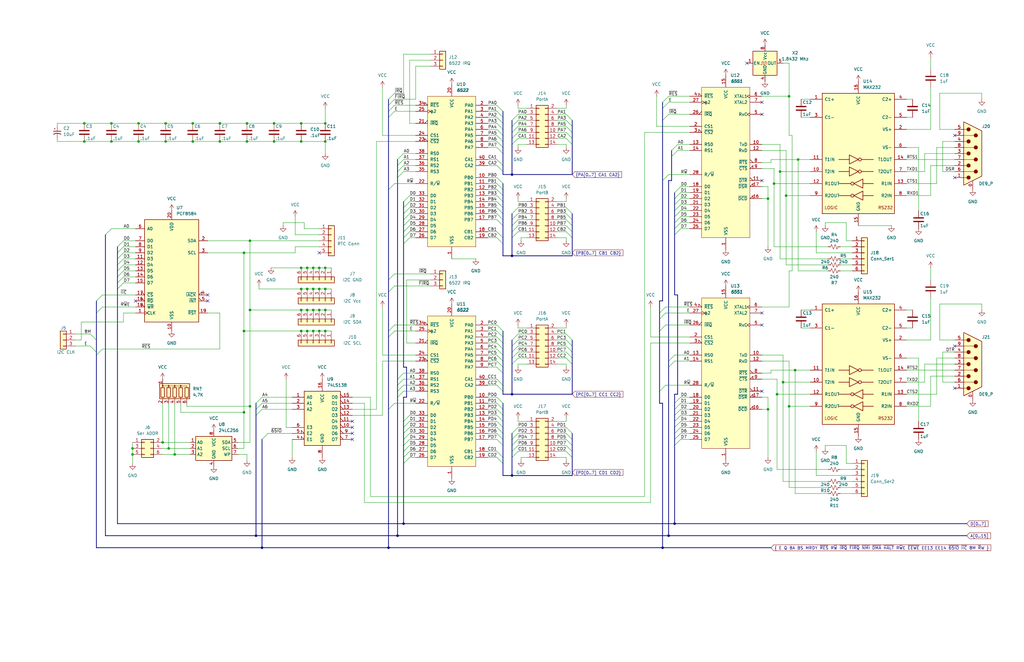
<source format=kicad_sch>
(kicad_sch (version 20230121) (generator eeschema)
  (paper "B")
  (title_block (title "SIM-69") (rev "1.0") (company "Jeff Easton") (comment 1 "Super Integrated Motherboard - 6809"))
  (lib_symbols
    (symbol "6522_1" (pin_names (offset 1.016))
      (property "Reference" "U" (at -10.16 33.02 0))
      (property "Value" "6522" (at 0 0 90))
      (symbol "6522_1_1_1"
        (pin power_in line (at 0 -36.83 90) (length 5.08) (name "VSS") (number "1"))
        (pin bidirectional line (at 15.24 -2.54 180) (length 5.08) (name "PB0") (number "10"))
        (pin bidirectional line (at 15.24 -5.08 180) (length 5.08) (name "PB1") (number "11"))
        (pin bidirectional line (at 15.24 -7.62 180) (length 5.08) (name "PB2") (number "12"))
        (pin bidirectional line (at 15.24 -10.16 180) (length 5.08) (name "PB3") (number "13"))
        (pin bidirectional line (at 15.24 -12.7 180) (length 5.08) (name "PB4") (number "14"))
        (pin bidirectional line (at 15.24 -15.24 180) (length 5.08) (name "PB5") (number "15"))
        (pin bidirectional line (at 15.24 -17.78 180) (length 5.08) (name "PB6") (number "16"))
        (pin bidirectional line (at 15.24 -20.32 180) (length 5.08) (name "PB7") (number "17"))
        (pin input line (at 15.24 -25.4 180) (length 5.08) (name "CB1") (number "18"))
        (pin bidirectional line (at 15.24 -27.94 180) (length 5.08) (name "CB2") (number "19"))
        (pin bidirectional line (at 15.24 27.94 180) (length 5.08) (name "PA0") (number "2"))
        (pin power_in line (at 0 36.83 270) (length 5.08) (name "VCC") (number "20"))
        (pin open_collector output_low (at -15.24 20.32 0) (length 5.08) (name "~{IRQ}") (number "21"))
        (pin input line (at -15.24 -5.08 0) (length 5.08) (name "R/~{W}") (number "22"))
        (pin input input_low (at -15.24 12.7 0) (length 5.08) (name "~{CS2}") (number "23"))
        (pin input line (at -15.24 15.24 0) (length 5.08) (name "CS1") (number "24"))
        (pin input clock (at -15.24 25.4 0) (length 5.08) (name "ϕ2") (number "25"))
        (pin bidirectional line (at -15.24 -27.94 0) (length 5.08) (name "D7") (number "26"))
        (pin bidirectional line (at -15.24 -25.4 0) (length 5.08) (name "D6") (number "27"))
        (pin bidirectional line (at -15.24 -22.86 0) (length 5.08) (name "D5") (number "28"))
        (pin bidirectional line (at -15.24 -20.32 0) (length 5.08) (name "D4") (number "29"))
        (pin bidirectional line (at 15.24 25.4 180) (length 5.08) (name "PA1") (number "3"))
        (pin bidirectional line (at -15.24 -17.78 0) (length 5.08) (name "D3") (number "30"))
        (pin bidirectional line (at -15.24 -15.24 0) (length 5.08) (name "D2") (number "31"))
        (pin bidirectional line (at -15.24 -12.7 0) (length 5.08) (name "D1") (number "32"))
        (pin bidirectional line (at -15.24 -10.16 0) (length 5.08) (name "D0") (number "33"))
        (pin input input_low (at -15.24 27.94 0) (length 5.08) (name "~{RES}") (number "34"))
        (pin input line (at -15.24 0 0) (length 5.08) (name "RS3") (number "35"))
        (pin input line (at -15.24 2.54 0) (length 5.08) (name "RS2") (number "36"))
        (pin input line (at -15.24 5.08 0) (length 5.08) (name "RS1") (number "37"))
        (pin input line (at -15.24 7.62 0) (length 5.08) (name "RS0") (number "38"))
        (pin bidirectional line (at 15.24 2.54 180) (length 5.08) (name "CA2") (number "39"))
        (pin bidirectional line (at 15.24 22.86 180) (length 5.08) (name "PA2") (number "4"))
        (pin input line (at 15.24 5.08 180) (length 5.08) (name "CA1") (number "40"))
        (pin bidirectional line (at 15.24 20.32 180) (length 5.08) (name "PA3") (number "5"))
        (pin bidirectional line (at 15.24 17.78 180) (length 5.08) (name "PA4") (number "6"))
        (pin bidirectional line (at 15.24 15.24 180) (length 5.08) (name "PA5") (number "7"))
        (pin bidirectional line (at 15.24 12.7 180) (length 5.08) (name "PA6") (number "8"))
        (pin bidirectional line (at 15.24 10.16 180) (length 5.08) (name "PA7") (number "9"))
      )
    )
    (symbol "6551_1" (pin_names (offset 1.016))
      (property "Reference" "U" (at -10.16 33.02 0))
      (property "Value" "6551" (at 0 0 90))
      (symbol "6551_1_1_1"
        (pin power_in line (at 0 -36.83 90) (length 5.08) (name "VSS") (number "1"))
        (pin output line (at 15.24 7.62 180) (length 5.08) (name "TxD") (number "10"))
        (pin output output_low (at 15.24 -7.62 180) (length 5.08) (name "~{DTR}") (number "11"))
        (pin input line (at 15.24 5.08 180) (length 5.08) (name "RxD") (number "12"))
        (pin input line (at -15.24 7.62 0) (length 5.08) (name "RS0") (number "13"))
        (pin input line (at -15.24 5.08 0) (length 5.08) (name "RS1") (number "14"))
        (pin power_in line (at 0 36.83 270) (length 5.08) (name "VCC") (number "15"))
        (pin input input_low (at 15.24 -15.24 180) (length 5.08) (name "~{DCD}") (number "16"))
        (pin input input_low (at 15.24 -10.16 180) (length 5.08) (name "~{DSR}") (number "17"))
        (pin bidirectional line (at -15.24 -10.16 0) (length 5.08) (name "D0") (number "18"))
        (pin bidirectional line (at -15.24 -12.7 0) (length 5.08) (name "D1") (number "19"))
        (pin input line (at -15.24 15.24 0) (length 5.08) (name "CS1") (number "2"))
        (pin bidirectional line (at -15.24 -15.24 0) (length 5.08) (name "D2") (number "20"))
        (pin bidirectional line (at -15.24 -17.78 0) (length 5.08) (name "D3") (number "21"))
        (pin bidirectional line (at -15.24 -20.32 0) (length 5.08) (name "D4") (number "22"))
        (pin bidirectional line (at -15.24 -22.86 0) (length 5.08) (name "D5") (number "23"))
        (pin bidirectional line (at -15.24 -25.4 0) (length 5.08) (name "D6") (number "24"))
        (pin bidirectional line (at -15.24 -27.94 0) (length 5.08) (name "D7") (number "25"))
        (pin open_collector output_low (at -15.24 20.32 0) (length 5.08) (name "~{IRQ}") (number "26"))
        (pin input clock (at -15.24 25.4 0) (length 5.08) (name "ϕ2") (number "27"))
        (pin input line (at -15.24 -5.08 0) (length 5.08) (name "R/~{W}") (number "28"))
        (pin input input_low (at -15.24 12.7 0) (length 5.08) (name "~{CS2}") (number "3"))
        (pin input input_low (at -15.24 27.94 0) (length 5.08) (name "~{RES}") (number "4"))
        (pin bidirectional clock (at 15.24 20.32 180) (length 5.08) (name "RxC") (number "5"))
        (pin input clock (at 15.24 27.94 180) (length 5.08) (name "XTAL1") (number "6"))
        (pin output line (at 15.24 25.4 180) (length 5.08) (name "XTAL2") (number "7"))
        (pin output output_low (at 15.24 0 180) (length 5.08) (name "~{RTS}") (number "8"))
        (pin input input_low (at 15.24 -2.54 180) (length 5.08) (name "~{CTS}") (number "9"))
      )
    )
    (symbol "65xx:6522" (pin_names (offset 1.016))
      (property "Reference" "U" (at -10.16 33.02 0))
      (property "Value" "6522" (at 0 0 90))
      (symbol "6522_1_1"
        (pin power_in line (at 0 -36.83 90) (length 5.08) (name "VSS") (number "1"))
        (pin bidirectional line (at 15.24 -2.54 180) (length 5.08) (name "PB0") (number "10"))
        (pin bidirectional line (at 15.24 -5.08 180) (length 5.08) (name "PB1") (number "11"))
        (pin bidirectional line (at 15.24 -7.62 180) (length 5.08) (name "PB2") (number "12"))
        (pin bidirectional line (at 15.24 -10.16 180) (length 5.08) (name "PB3") (number "13"))
        (pin bidirectional line (at 15.24 -12.7 180) (length 5.08) (name "PB4") (number "14"))
        (pin bidirectional line (at 15.24 -15.24 180) (length 5.08) (name "PB5") (number "15"))
        (pin bidirectional line (at 15.24 -17.78 180) (length 5.08) (name "PB6") (number "16"))
        (pin bidirectional line (at 15.24 -20.32 180) (length 5.08) (name "PB7") (number "17"))
        (pin input line (at 15.24 -25.4 180) (length 5.08) (name "CB1") (number "18"))
        (pin bidirectional line (at 15.24 -27.94 180) (length 5.08) (name "CB2") (number "19"))
        (pin bidirectional line (at 15.24 27.94 180) (length 5.08) (name "PA0") (number "2"))
        (pin power_in line (at 0 36.83 270) (length 5.08) (name "VCC") (number "20"))
        (pin open_collector output_low (at -15.24 20.32 0) (length 5.08) (name "~{IRQ}") (number "21"))
        (pin input line (at -15.24 -5.08 0) (length 5.08) (name "R/~{W}") (number "22"))
        (pin input input_low (at -15.24 12.7 0) (length 5.08) (name "~{CS2}") (number "23"))
        (pin input line (at -15.24 15.24 0) (length 5.08) (name "CS1") (number "24"))
        (pin input clock (at -15.24 25.4 0) (length 5.08) (name "ϕ2") (number "25"))
        (pin bidirectional line (at -15.24 -27.94 0) (length 5.08) (name "D7") (number "26"))
        (pin bidirectional line (at -15.24 -25.4 0) (length 5.08) (name "D6") (number "27"))
        (pin bidirectional line (at -15.24 -22.86 0) (length 5.08) (name "D5") (number "28"))
        (pin bidirectional line (at -15.24 -20.32 0) (length 5.08) (name "D4") (number "29"))
        (pin bidirectional line (at 15.24 25.4 180) (length 5.08) (name "PA1") (number "3"))
        (pin bidirectional line (at -15.24 -17.78 0) (length 5.08) (name "D3") (number "30"))
        (pin bidirectional line (at -15.24 -15.24 0) (length 5.08) (name "D2") (number "31"))
        (pin bidirectional line (at -15.24 -12.7 0) (length 5.08) (name "D1") (number "32"))
        (pin bidirectional line (at -15.24 -10.16 0) (length 5.08) (name "D0") (number "33"))
        (pin input input_low (at -15.24 27.94 0) (length 5.08) (name "~{RES}") (number "34"))
        (pin input line (at -15.24 0 0) (length 5.08) (name "RS3") (number "35"))
        (pin input line (at -15.24 2.54 0) (length 5.08) (name "RS2") (number "36"))
        (pin input line (at -15.24 5.08 0) (length 5.08) (name "RS1") (number "37"))
        (pin input line (at -15.24 7.62 0) (length 5.08) (name "RS0") (number "38"))
        (pin bidirectional line (at 15.24 2.54 180) (length 5.08) (name "CA2") (number "39"))
        (pin bidirectional line (at 15.24 22.86 180) (length 5.08) (name "PA2") (number "4"))
        (pin input line (at 15.24 5.08 180) (length 5.08) (name "CA1") (number "40"))
        (pin bidirectional line (at 15.24 20.32 180) (length 5.08) (name "PA3") (number "5"))
        (pin bidirectional line (at 15.24 17.78 180) (length 5.08) (name "PA4") (number "6"))
        (pin bidirectional line (at 15.24 15.24 180) (length 5.08) (name "PA5") (number "7"))
        (pin bidirectional line (at 15.24 12.7 180) (length 5.08) (name "PA6") (number "8"))
        (pin bidirectional line (at 15.24 10.16 180) (length 5.08) (name "PA7") (number "9"))
      )
    )
    (symbol "65xx:6551" (pin_names (offset 1.016))
      (property "Reference" "U" (at -10.16 33.02 0))
      (property "Value" "6551" (at 0 0 90))
      (symbol "6551_1_1"
        (pin power_in line (at 0 -36.83 90) (length 5.08) (name "VSS") (number "1"))
        (pin output line (at 15.24 7.62 180) (length 5.08) (name "TxD") (number "10"))
        (pin output output_low (at 15.24 -7.62 180) (length 5.08) (name "~{DTR}") (number "11"))
        (pin input line (at 15.24 5.08 180) (length 5.08) (name "RxD") (number "12"))
        (pin input line (at -15.24 7.62 0) (length 5.08) (name "RS0") (number "13"))
        (pin input line (at -15.24 5.08 0) (length 5.08) (name "RS1") (number "14"))
        (pin power_in line (at 0 36.83 270) (length 5.08) (name "VCC") (number "15"))
        (pin input input_low (at 15.24 -15.24 180) (length 5.08) (name "~{DCD}") (number "16"))
        (pin input input_low (at 15.24 -10.16 180) (length 5.08) (name "~{DSR}") (number "17"))
        (pin bidirectional line (at -15.24 -10.16 0) (length 5.08) (name "D0") (number "18"))
        (pin bidirectional line (at -15.24 -12.7 0) (length 5.08) (name "D1") (number "19"))
        (pin input line (at -15.24 15.24 0) (length 5.08) (name "CS1") (number "2"))
        (pin bidirectional line (at -15.24 -15.24 0) (length 5.08) (name "D2") (number "20"))
        (pin bidirectional line (at -15.24 -17.78 0) (length 5.08) (name "D3") (number "21"))
        (pin bidirectional line (at -15.24 -20.32 0) (length 5.08) (name "D4") (number "22"))
        (pin bidirectional line (at -15.24 -22.86 0) (length 5.08) (name "D5") (number "23"))
        (pin bidirectional line (at -15.24 -25.4 0) (length 5.08) (name "D6") (number "24"))
        (pin bidirectional line (at -15.24 -27.94 0) (length 5.08) (name "D7") (number "25"))
        (pin open_collector output_low (at -15.24 20.32 0) (length 5.08) (name "~{IRQ}") (number "26"))
        (pin input clock (at -15.24 25.4 0) (length 5.08) (name "ϕ2") (number "27"))
        (pin input line (at -15.24 -5.08 0) (length 5.08) (name "R/~{W}") (number "28"))
        (pin input input_low (at -15.24 12.7 0) (length 5.08) (name "~{CS2}") (number "3"))
        (pin input input_low (at -15.24 27.94 0) (length 5.08) (name "~{RES}") (number "4"))
        (pin bidirectional clock (at 15.24 20.32 180) (length 5.08) (name "RxC") (number "5"))
        (pin input clock (at 15.24 27.94 180) (length 5.08) (name "XTAL1") (number "6"))
        (pin output line (at 15.24 25.4 180) (length 5.08) (name "XTAL2") (number "7"))
        (pin output output_low (at 15.24 0 180) (length 5.08) (name "~{RTS}") (number "8"))
        (pin input input_low (at 15.24 -2.54 180) (length 5.08) (name "~{CTS}") (number "9"))
      )
    )
    (symbol "74xx:74LS138" (pin_names (offset 1.016))
      (property "Reference" "U" (at -7.62 11.43 0))
      (property "Value" "74LS138" (at -7.62 -13.97 0))
      (symbol "74LS138_1_0"
        (pin input line (at -12.7 7.62 0) (length 5.08) (name "A0") (number "1"))
        (pin output output_low (at 12.7 -5.08 180) (length 5.08) (name "O5") (number "10"))
        (pin output output_low (at 12.7 -2.54 180) (length 5.08) (name "O4") (number "11"))
        (pin output output_low (at 12.7 0 180) (length 5.08) (name "O3") (number "12"))
        (pin output output_low (at 12.7 2.54 180) (length 5.08) (name "O2") (number "13"))
        (pin output output_low (at 12.7 5.08 180) (length 5.08) (name "O1") (number "14"))
        (pin output output_low (at 12.7 7.62 180) (length 5.08) (name "O0") (number "15"))
        (pin power_in line (at 0 15.24 270) (length 5.08) (name "VCC") (number "16"))
        (pin input line (at -12.7 5.08 0) (length 5.08) (name "A1") (number "2"))
        (pin input line (at -12.7 2.54 0) (length 5.08) (name "A2") (number "3"))
        (pin input input_low (at -12.7 -10.16 0) (length 5.08) (name "E1") (number "4"))
        (pin input input_low (at -12.7 -7.62 0) (length 5.08) (name "E2") (number "5"))
        (pin input line (at -12.7 -5.08 0) (length 5.08) (name "E3") (number "6"))
        (pin output output_low (at 12.7 -10.16 180) (length 5.08) (name "O7") (number "7"))
        (pin power_in line (at 0 -17.78 90) (length 5.08) (name "GND") (number "8"))
        (pin output output_low (at 12.7 -7.62 180) (length 5.08) (name "O6") (number "9"))
      )
    )
    (symbol "Connector:DE9_Plug_MountingHoles" (pin_names (offset 1.016) hide)
      (property "Reference" "J" (at 0 16.51 0))
      (property "Value" "DE9_Plug_MountingHoles" (at 0 14.605 0))
      (symbol "DE9_Plug_MountingHoles_1_1"
        (pin passive line (at 0 -15.24 90) (length 3.81) (name "PAD") (number "0"))
        (pin passive line (at -7.62 -10.16 0) (length 3.81) (name "1") (number "1"))
        (pin passive line (at -7.62 -5.08 0) (length 3.81) (name "2") (number "2"))
        (pin passive line (at -7.62 0 0) (length 3.81) (name "3") (number "3"))
        (pin passive line (at -7.62 5.08 0) (length 3.81) (name "4") (number "4"))
        (pin passive line (at -7.62 10.16 0) (length 3.81) (name "5") (number "5"))
        (pin passive line (at -7.62 -7.62 0) (length 3.81) (name "6") (number "6"))
        (pin passive line (at -7.62 -2.54 0) (length 3.81) (name "7") (number "7"))
        (pin passive line (at -7.62 2.54 0) (length 3.81) (name "8") (number "8"))
        (pin passive line (at -7.62 7.62 0) (length 3.81) (name "9") (number "9"))
      )
    )
    (symbol "Connector_Generic:Conn_01x03" (pin_names (offset 1.016) hide)
      (property "Reference" "J" (at 0 5.08 0))
      (property "Value" "Conn_01x03" (at 0 -5.08 0))
      (symbol "Conn_01x03_1_1"
        (pin passive line (at -5.08 2.54 0) (length 3.81) (name "Pin_1") (number "1"))
        (pin passive line (at -5.08 0 0) (length 3.81) (name "Pin_2") (number "2"))
        (pin passive line (at -5.08 -2.54 0) (length 3.81) (name "Pin_3") (number "3"))
      )
    )
    (symbol "Connector_Generic:Conn_01x05" (pin_names (offset 1.016) hide)
      (property "Reference" "J" (at 0 7.62 0))
      (property "Value" "Conn_01x05" (at 0 -7.62 0))
      (symbol "Conn_01x05_1_1"
        (pin passive line (at -5.08 5.08 0) (length 3.81) (name "Pin_1") (number "1"))
        (pin passive line (at -5.08 2.54 0) (length 3.81) (name "Pin_2") (number "2"))
        (pin passive line (at -5.08 0 0) (length 3.81) (name "Pin_3") (number "3"))
        (pin passive line (at -5.08 -2.54 0) (length 3.81) (name "Pin_4") (number "4"))
        (pin passive line (at -5.08 -5.08 0) (length 3.81) (name "Pin_5") (number "5"))
      )
    )
    (symbol "Connector_Generic:Conn_01x06" (pin_names (offset 1.016) hide)
      (property "Reference" "J" (at 0 7.62 0))
      (property "Value" "Conn_01x06" (at 0 -10.16 0))
      (symbol "Conn_01x06_1_1"
        (pin passive line (at -5.08 5.08 0) (length 3.81) (name "Pin_1") (number "1"))
        (pin passive line (at -5.08 2.54 0) (length 3.81) (name "Pin_2") (number "2"))
        (pin passive line (at -5.08 0 0) (length 3.81) (name "Pin_3") (number "3"))
        (pin passive line (at -5.08 -2.54 0) (length 3.81) (name "Pin_4") (number "4"))
        (pin passive line (at -5.08 -5.08 0) (length 3.81) (name "Pin_5") (number "5"))
        (pin passive line (at -5.08 -7.62 0) (length 3.81) (name "Pin_6") (number "6"))
      )
    )
    (symbol "Connector_Generic:Conn_02x03_Odd_Even" (pin_names (offset 1.016) hide)
      (property "Reference" "J" (at 1.27 5.08 0))
      (property "Value" "Conn_02x03_Odd_Even" (at 1.27 -5.08 0))
      (symbol "Conn_02x03_Odd_Even_1_1"
        (pin passive line (at -5.08 2.54 0) (length 3.81) (name "Pin_1") (number "1"))
        (pin passive line (at 7.62 2.54 180) (length 3.81) (name "Pin_2") (number "2"))
        (pin passive line (at -5.08 0 0) (length 3.81) (name "Pin_3") (number "3"))
        (pin passive line (at 7.62 0 180) (length 3.81) (name "Pin_4") (number "4"))
        (pin passive line (at -5.08 -2.54 0) (length 3.81) (name "Pin_5") (number "5"))
        (pin passive line (at 7.62 -2.54 180) (length 3.81) (name "Pin_6") (number "6"))
      )
    )
    (symbol "Connector_Generic:Conn_02x07_Odd_Even" (pin_names (offset 1.016) hide)
      (property "Reference" "J" (at 1.27 10.16 0))
      (property "Value" "Conn_02x07_Odd_Even" (at 1.27 -10.16 0))
      (symbol "Conn_02x07_Odd_Even_1_1"
        (pin passive line (at -5.08 7.62 0) (length 3.81) (name "Pin_1") (number "1"))
        (pin passive line (at 7.62 -2.54 180) (length 3.81) (name "Pin_10") (number "10"))
        (pin passive line (at -5.08 -5.08 0) (length 3.81) (name "Pin_11") (number "11"))
        (pin passive line (at 7.62 -5.08 180) (length 3.81) (name "Pin_12") (number "12"))
        (pin passive line (at -5.08 -7.62 0) (length 3.81) (name "Pin_13") (number "13"))
        (pin passive line (at 7.62 -7.62 180) (length 3.81) (name "Pin_14") (number "14"))
        (pin passive line (at 7.62 7.62 180) (length 3.81) (name "Pin_2") (number "2"))
        (pin passive line (at -5.08 5.08 0) (length 3.81) (name "Pin_3") (number "3"))
        (pin passive line (at 7.62 5.08 180) (length 3.81) (name "Pin_4") (number "4"))
        (pin passive line (at -5.08 2.54 0) (length 3.81) (name "Pin_5") (number "5"))
        (pin passive line (at 7.62 2.54 180) (length 3.81) (name "Pin_6") (number "6"))
        (pin passive line (at -5.08 0 0) (length 3.81) (name "Pin_7") (number "7"))
        (pin passive line (at 7.62 0 180) (length 3.81) (name "Pin_8") (number "8"))
        (pin passive line (at -5.08 -2.54 0) (length 3.81) (name "Pin_9") (number "9"))
      )
    )
    (symbol "Device:C" (pin_numbers hide) (pin_names (offset 0.254))
      (property "Reference" "C" (at 0.635 2.54 0))
      (property "Value" "C" (at 0.635 -2.54 0))
      (symbol "C_1_1"
        (pin passive line (at 0 3.81 270) (length 2.794) (name "~") (number "1"))
        (pin passive line (at 0 -3.81 90) (length 2.794) (name "~") (number "2"))
      )
    )
    (symbol "Device:C_Polarized_Small_US" (pin_numbers hide) (pin_names (offset 0.254) hide)
      (property "Reference" "C" (at 0.254 1.778 0))
      (property "Value" "C_Polarized_Small_US" (at 0.254 -2.032 0))
      (symbol "C_Polarized_Small_US_1_1"
        (pin passive line (at 0 2.54 270) (length 2.032) (name "~") (number "1"))
        (pin passive line (at 0 -2.54 90) (length 2.032) (name "~") (number "2"))
      )
    )
    (symbol "Device:R_Network05" (pin_names (offset 0) hide)
      (property "Reference" "RN" (at -7.62 0 90))
      (property "Value" "R_Network05" (at 7.62 0 90))
      (symbol "R_Network05_1_1"
        (pin passive line (at -5.08 5.08 270) (length 2.54) (name "common") (number "1"))
        (pin passive line (at -5.08 -5.08 90) (length 1.27) (name "R1") (number "2"))
        (pin passive line (at -2.54 -5.08 90) (length 1.27) (name "R2") (number "3"))
        (pin passive line (at 0 -5.08 90) (length 1.27) (name "R3") (number "4"))
        (pin passive line (at 2.54 -5.08 90) (length 1.27) (name "R4") (number "5"))
        (pin passive line (at 5.08 -5.08 90) (length 1.27) (name "R5") (number "6"))
      )
    )
    (symbol "Device:R_Small_US" (pin_numbers hide) (pin_names (offset 0.254) hide)
      (property "Reference" "R" (at 0.762 0.508 0))
      (property "Value" "R_Small_US" (at 0.762 -1.016 0))
      (symbol "R_Small_US_1_1"
        (pin passive line (at 0 2.54 270) (length 1.016) (name "~") (number "1"))
        (pin passive line (at 0 -2.54 90) (length 1.016) (name "~") (number "2"))
      )
    )
    (symbol "GND_1" (power) (pin_names (offset 0))
      (property "Value" "GND_1" (at 0 -3.81 0))
      (symbol "GND_1_1_1"
        (pin power_in line (at 0 0 270) (length 0) hide (name "GND") (number "1"))
      )
    )
    (symbol "GND_10" (power) (pin_names (offset 0))
      (property "Value" "GND_10" (at 0 -3.81 0))
      (symbol "GND_10_1_1"
        (pin power_in line (at 0 0 270) (length 0) hide (name "GND") (number "1"))
      )
    )
    (symbol "GND_11" (power) (pin_names (offset 0))
      (property "Value" "GND_11" (at 0 -3.81 0))
      (symbol "GND_11_1_1"
        (pin power_in line (at 0 0 270) (length 0) hide (name "GND") (number "1"))
      )
    )
    (symbol "GND_12" (power) (pin_names (offset 0))
      (property "Value" "GND_12" (at 0 -3.81 0))
      (symbol "GND_12_1_1"
        (pin power_in line (at 0 0 270) (length 0) hide (name "GND") (number "1"))
      )
    )
    (symbol "GND_2" (power) (pin_names (offset 0))
      (property "Value" "GND_2" (at 0 -3.81 0))
      (symbol "GND_2_1_1"
        (pin power_in line (at 0 0 270) (length 0) hide (name "GND") (number "1"))
      )
    )
    (symbol "GND_3" (power) (pin_names (offset 0))
      (property "Value" "GND_3" (at 0 -3.81 0))
      (symbol "GND_3_1_1"
        (pin power_in line (at 0 0 270) (length 0) hide (name "GND") (number "1"))
      )
    )
    (symbol "GND_4" (power) (pin_names (offset 0))
      (property "Value" "GND_4" (at 0 -3.81 0))
      (symbol "GND_4_1_1"
        (pin power_in line (at 0 0 270) (length 0) hide (name "GND") (number "1"))
      )
    )
    (symbol "GND_5" (power) (pin_names (offset 0))
      (property "Value" "GND_5" (at 0 -3.81 0))
      (symbol "GND_5_1_1"
        (pin power_in line (at 0 0 270) (length 0) hide (name "GND") (number "1"))
      )
    )
    (symbol "GND_8" (power) (pin_names (offset 0))
      (property "Value" "GND_8" (at 0 -3.81 0))
      (symbol "GND_8_1_1"
        (pin power_in line (at 0 0 270) (length 0) hide (name "GND") (number "1"))
      )
    )
    (symbol "GND_9" (power) (pin_names (offset 0))
      (property "Value" "GND_9" (at 0 -3.81 0))
      (symbol "GND_9_1_1"
        (pin power_in line (at 0 0 270) (length 0) hide (name "GND") (number "1"))
      )
    )
    (symbol "Interface_Expansion:PCF8584" (pin_names (offset 1.016))
      (property "Reference" "U" (at -11.43 22.86 0))
      (property "Value" "PCF8584" (at 3.81 22.86 0))
      (symbol "PCF8584_1_1"
        (pin input clock (at -15.24 -17.78 0) (length 3.81) (name "CLK") (number "1"))
        (pin power_in line (at 0 -25.4 90) (length 3.81) (name "VSS") (number "10"))
        (pin tri_state line (at -15.24 5.08 0) (length 3.81) (name "D3") (number "11"))
        (pin tri_state line (at -15.24 2.54 0) (length 3.81) (name "D4") (number "12"))
        (pin tri_state line (at -15.24 0 0) (length 3.81) (name "D5") (number "13"))
        (pin tri_state line (at -15.24 -2.54 0) (length 3.81) (name "D6") (number "14"))
        (pin tri_state line (at -15.24 -5.08 0) (length 3.81) (name "D7") (number "15"))
        (pin passive input_low (at -15.24 -12.7 0) (length 3.81) (name "~{RD}") (number "16"))
        (pin input input_low (at -15.24 -10.16 0) (length 3.81) (name "~{CS}") (number "17"))
        (pin input input_low (at -15.24 -15.24 0) (length 3.81) (name "~{WR}") (number "18"))
        (pin bidirectional line (at 15.24 -17.78 180) (length 3.81) (name "~{RST}") (number "19"))
        (pin bidirectional line (at 15.24 12.7 180) (length 3.81) (name "SDA") (number "2"))
        (pin power_in line (at 0 25.4 270) (length 3.81) (name "VDD") (number "20"))
        (pin bidirectional line (at 15.24 7.62 180) (length 3.81) (name "SCL") (number "3"))
        (pin input input_low (at 15.24 -10.16 180) (length 3.81) (name "~{IACK}") (number "4"))
        (pin output output_low (at 15.24 -12.7 180) (length 3.81) (name "~{INT}") (number "5"))
        (pin input line (at -15.24 17.78 0) (length 3.81) (name "A0") (number "6"))
        (pin tri_state line (at -15.24 12.7 0) (length 3.81) (name "D0") (number "7"))
        (pin tri_state line (at -15.24 10.16 0) (length 3.81) (name "D1") (number "8"))
        (pin tri_state line (at -15.24 7.62 0) (length 3.81) (name "D2") (number "9"))
      )
    )
    (symbol "Interface_UART:MAX232" (pin_names (offset 1.016))
      (property "Reference" "U" (at -2.54 28.575 0))
      (property "Value" "MAX232" (at -2.54 26.67 0))
      (symbol "MAX232_0_0"
        (text "LOGIC" (at -11.43 -22.86 0) (effects (font (size 1.27 1.27))))
        (text "RS232" (at 11.43 -22.86 0) (effects (font (size 1.27 1.27))))
      )
      (symbol "MAX232_1_1"
        (pin passive line (at -20.32 22.86 0) (length 5.08) (name "C1+") (number "1"))
        (pin input line (at -20.32 -7.62 0) (length 5.08) (name "T2IN") (number "10"))
        (pin input line (at -20.32 -2.54 0) (length 5.08) (name "T1IN") (number "11"))
        (pin output line (at -20.32 -12.7 0) (length 5.08) (name "R1OUT") (number "12"))
        (pin input line (at 20.32 -12.7 180) (length 5.08) (name "R1IN") (number "13"))
        (pin output line (at 20.32 -2.54 180) (length 5.08) (name "T1OUT") (number "14"))
        (pin power_in line (at 0 -30.48 90) (length 5.08) (name "GND") (number "15"))
        (pin power_in line (at 0 30.48 270) (length 5.08) (name "VCC") (number "16"))
        (pin power_out line (at 20.32 10.16 180) (length 5.08) (name "VS+") (number "2"))
        (pin passive line (at -20.32 15.24 0) (length 5.08) (name "C1-") (number "3"))
        (pin passive line (at 20.32 22.86 180) (length 5.08) (name "C2+") (number "4"))
        (pin passive line (at 20.32 15.24 180) (length 5.08) (name "C2-") (number "5"))
        (pin power_out line (at 20.32 2.54 180) (length 5.08) (name "VS-") (number "6"))
        (pin output line (at 20.32 -7.62 180) (length 5.08) (name "T2OUT") (number "7"))
        (pin input line (at 20.32 -17.78 180) (length 5.08) (name "R2IN") (number "8"))
        (pin output line (at -20.32 -17.78 0) (length 5.08) (name "R2OUT") (number "9"))
      )
    )
    (symbol "Memory_EEPROM:24LC256"
      (property "Reference" "U" (at -6.35 6.35 0))
      (property "Value" "24LC256" (at 1.27 6.35 0))
      (symbol "24LC256_1_1"
        (pin input line (at -10.16 2.54 0) (length 2.54) (name "A0") (number "1"))
        (pin input line (at -10.16 0 0) (length 2.54) (name "A1") (number "2"))
        (pin input line (at -10.16 -2.54 0) (length 2.54) (name "A2") (number "3"))
        (pin power_in line (at 0 -7.62 90) (length 2.54) (name "GND") (number "4"))
        (pin bidirectional line (at 10.16 2.54 180) (length 2.54) (name "SDA") (number "5"))
        (pin input line (at 10.16 0 180) (length 2.54) (name "SCL") (number "6"))
        (pin input line (at 10.16 -2.54 180) (length 2.54) (name "WP") (number "7"))
        (pin power_in line (at 0 7.62 270) (length 2.54) (name "VCC") (number "8"))
      )
    )
    (symbol "Oscillator:TFT660" (pin_names (offset 0.254))
      (property "Reference" "X" (at -5.08 6.35 0))
      (property "Value" "TFT660" (at 1.27 -6.35 0))
      (symbol "TFT660_1_1"
        (pin input line (at -7.62 0 0) (length 2.54) (name "EN") (number "1"))
        (pin power_in line (at 0 -7.62 90) (length 2.54) (name "GND") (number "4"))
        (pin output line (at 7.62 0 180) (length 2.54) (name "OUT") (number "5"))
        (pin power_in line (at 0 7.62 270) (length 2.54) (name "Vcc") (number "8"))
      )
    )
    (symbol "VCC_1" (power) (pin_names (offset 0))
      (property "Value" "VCC_1" (at 0 3.81 0))
      (symbol "VCC_1_1_1"
        (pin power_in line (at 0 0 90) (length 0) hide (name "VCC") (number "1"))
      )
    )
    (symbol "VCC_10" (power) (pin_names (offset 0))
      (property "Value" "VCC_10" (at 0 3.81 0))
      (symbol "VCC_10_1_1"
        (pin power_in line (at 0 0 90) (length 0) hide (name "VCC") (number "1"))
      )
    )
    (symbol "VCC_11" (power) (pin_names (offset 0))
      (property "Value" "VCC_11" (at 0 3.81 0))
      (symbol "VCC_11_1_1"
        (pin power_in line (at 0 0 90) (length 0) hide (name "VCC") (number "1"))
      )
    )
    (symbol "VCC_12" (power) (pin_names (offset 0))
      (property "Value" "VCC_12" (at 0 3.81 0))
      (symbol "VCC_12_1_1"
        (pin power_in line (at 0 0 90) (length 0) hide (name "VCC") (number "1"))
      )
    )
    (symbol "VCC_13" (power) (pin_names (offset 0))
      (property "Value" "VCC_13" (at 0 3.81 0))
      (symbol "VCC_13_1_1"
        (pin power_in line (at 0 0 90) (length 0) hide (name "VCC") (number "1"))
      )
    )
    (symbol "VCC_2" (power) (pin_names (offset 0))
      (property "Value" "VCC_2" (at 0 3.81 0))
      (symbol "VCC_2_1_1"
        (pin power_in line (at 0 0 90) (length 0) hide (name "VCC") (number "1"))
      )
    )
    (symbol "VCC_3" (power) (pin_names (offset 0))
      (property "Value" "VCC_3" (at 0 3.81 0))
      (symbol "VCC_3_1_1"
        (pin power_in line (at 0 0 90) (length 0) hide (name "VCC") (number "1"))
      )
    )
    (symbol "VCC_4" (power) (pin_names (offset 0))
      (property "Value" "VCC_4" (at 0 3.81 0))
      (symbol "VCC_4_1_1"
        (pin power_in line (at 0 0 90) (length 0) hide (name "VCC") (number "1"))
      )
    )
    (symbol "VCC_5" (power) (pin_names (offset 0))
      (property "Value" "VCC_5" (at 0 3.81 0))
      (symbol "VCC_5_1_1"
        (pin power_in line (at 0 0 90) (length 0) hide (name "VCC") (number "1"))
      )
    )
    (symbol "VCC_6" (power) (pin_names (offset 0))
      (property "Value" "VCC_6" (at 0 3.81 0))
      (symbol "VCC_6_1_1"
        (pin power_in line (at 0 0 90) (length 0) hide (name "VCC") (number "1"))
      )
    )
    (symbol "VCC_8" (power) (pin_names (offset 0))
      (property "Value" "VCC_8" (at 0 3.81 0))
      (symbol "VCC_8_1_1"
        (pin power_in line (at 0 0 90) (length 0) hide (name "VCC") (number "1"))
      )
    )
    (symbol "VCC_9" (power) (pin_names (offset 0))
      (property "Value" "VCC_9" (at 0 3.81 0))
      (symbol "VCC_9_1_1"
        (pin power_in line (at 0 0 90) (length 0) hide (name "VCC") (number "1"))
      )
    )
    (symbol "power:GND" (power) (pin_names (offset 0))
      (property "Value" "GND" (at 0 -3.81 0))
      (symbol "GND_1_1"
        (pin power_in line (at 0 0 270) (length 0) hide (name "GND") (number "1"))
      )
    )
    (symbol "power:VCC" (power) (pin_names (offset 0))
      (property "Value" "VCC" (at 0 3.81 0))
      (symbol "VCC_1_1"
        (pin power_in line (at 0 0 90) (length 0) hide (name "VCC") (number "1"))
      )
    )
  )
  (junction (at 104.14 59.69))
  (junction (at 46.99 59.69))
  (junction (at 323.85 83.82))
  (junction (at 69.85 52.07))
  (junction (at 132.08 113.03))
  (junction (at 58.42 52.07))
  (junction (at 127 52.07))
  (junction (at 81.28 52.07))
  (junction (at 167.64 226.06))
  (junction (at 132.08 130.81))
  (junction (at 335.28 156.21))
  (junction (at 215.9 166.37))
  (junction (at 129.54 130.81))
  (junction (at 127 113.03))
  (junction (at 115.57 59.69))
  (junction (at 102.87 173.99))
  (junction (at 127 139.7))
  (junction (at 215.9 107.95))
  (junction (at 58.42 59.69))
  (junction (at 170.18 220.98))
  (junction (at 69.85 59.69))
  (junction (at 68.58 186.69))
  (junction (at 71.12 189.23))
  (junction (at 326.39 77.47))
  (junction (at 115.57 52.07))
  (junction (at 107.95 226.06))
  (junction (at 129.54 113.03))
  (junction (at 35.56 52.07))
  (junction (at 284.48 220.98))
  (junction (at 105.41 171.45))
  (junction (at 331.47 82.55))
  (junction (at 215.9 200.66))
  (junction (at 137.16 130.81))
  (junction (at 279.4 231.14))
  (junction (at 92.71 52.07))
  (junction (at 327.66 166.37))
  (junction (at 92.71 59.69))
  (junction (at 134.62 121.92))
  (junction (at 137.16 121.92))
  (junction (at 132.08 121.92))
  (junction (at 35.56 59.69))
  (junction (at 137.16 52.07))
  (junction (at 137.16 59.69))
  (junction (at 105.41 130.81))
  (junction (at 127 130.81))
  (junction (at 281.94 226.06))
  (junction (at 137.16 139.7))
  (junction (at 102.87 106.68))
  (junction (at 163.83 231.14))
  (junction (at 129.54 139.7))
  (junction (at 73.66 191.77))
  (junction (at 104.14 52.07))
  (junction (at 102.87 139.7))
  (junction (at 332.74 171.45))
  (junction (at 127 59.69))
  (junction (at 323.85 172.72))
  (junction (at 127 121.92))
  (junction (at 81.28 59.69))
  (junction (at 215.9 73.66))
  (junction (at 134.62 113.03))
  (junction (at 134.62 130.81))
  (junction (at 110.49 231.14))
  (junction (at 137.16 113.03))
  (junction (at 129.54 121.92))
  (junction (at 105.41 101.6))
  (junction (at 55.88 189.23))
  (junction (at 332.74 40.64))
  (junction (at 330.2 161.29))
  (junction (at 55.88 191.77))
  (junction (at 336.55 67.31))
  (junction (at 134.62 139.7))
  (junction (at 132.08 139.7))
  (junction (at 328.93 72.39))
  (junction (at 46.99 52.07))
  (no_connect (at 402.59 163.83))
  (no_connect (at 321.31 76.2))
  (no_connect (at 321.31 132.08))
  (no_connect (at 321.31 137.16))
  (no_connect (at 402.59 57.15))
  (no_connect (at 321.31 165.1))
  (no_connect (at 148.59 180.34))
  (no_connect (at 87.63 124.46))
  (no_connect (at 134.62 106.68))
  (no_connect (at 57.15 127))
  (no_connect (at 321.31 48.26))
  (no_connect (at 402.59 146.05))
  (no_connect (at 314.96 26.67))
  (no_connect (at 148.59 177.8))
  (no_connect (at 148.59 182.88))
  (no_connect (at 321.31 43.18))
  (no_connect (at 87.63 127))
  (no_connect (at 148.59 185.42))
  (no_connect (at 402.59 74.93))
  (bus_entry (at 209.55 57.15) (size 2.54 2.54))
  (bus_entry (at 110.49 170.18) (size -2.54 2.54))
  (bus_entry (at 49.53 106.68) (size 2.54 -2.54))
  (bus_entry (at 218.44 148.59) (size -2.54 2.54))
  (bus_entry (at 49.53 104.14) (size 2.54 -2.54))
  (bus_entry (at 238.76 55.88) (size 2.54 2.54))
  (bus_entry (at 209.55 137.16) (size 2.54 2.54))
  (bus_entry (at 209.55 74.93) (size 2.54 2.54))
  (bus_entry (at 209.55 46.99) (size 2.54 2.54))
  (bus_entry (at 172.72 187.96) (size -2.54 2.54))
  (bus_entry (at 49.53 121.92) (size 2.54 -2.54))
  (bus_entry (at 218.44 48.26) (size -2.54 2.54))
  (bus_entry (at 279.4 50.8) (size 2.54 -2.54))
  (bus_entry (at 238.76 187.96) (size 2.54 2.54))
  (bus_entry (at 209.55 59.69) (size 2.54 2.54))
  (bus_entry (at 166.37 115.57) (size -2.54 2.54))
  (bus_entry (at 279.4 43.18) (size 2.54 -2.54))
  (bus_entry (at 218.44 95.25) (size -2.54 2.54))
  (bus_entry (at 280.67 137.16) (size -2.54 2.54))
  (bus_entry (at 166.37 139.7) (size -2.54 2.54))
  (bus_entry (at 172.72 185.42) (size -2.54 2.54))
  (bus_entry (at 284.48 185.42) (size 2.54 -2.54))
  (bus_entry (at 172.72 175.26) (size -2.54 2.54))
  (bus_entry (at 284.48 91.44) (size 2.54 -2.54))
  (bus_entry (at 209.55 162.56) (size 2.54 2.54))
  (bus_entry (at 238.76 48.26) (size 2.54 2.54))
  (bus_entry (at 209.55 87.63) (size 2.54 2.54))
  (bus_entry (at 209.55 177.8) (size 2.54 2.54))
  (bus_entry (at 170.18 64.77) (size -2.54 2.54))
  (bus_entry (at 43.18 147.32) (size -2.54 2.54))
  (bus_entry (at 281.94 73.66) (size -2.54 2.54))
  (bus_entry (at 170.18 72.39) (size -2.54 2.54))
  (bus_entry (at 172.72 100.33) (size -2.54 2.54))
  (bus_entry (at 209.55 147.32) (size 2.54 2.54))
  (bus_entry (at 284.48 83.82) (size 2.54 -2.54))
  (bus_entry (at 172.72 87.63) (size -2.54 2.54))
  (bus_entry (at 238.76 146.05) (size 2.54 2.54))
  (bus_entry (at 218.44 187.96) (size -2.54 2.54))
  (bus_entry (at 238.76 92.71) (size 2.54 2.54))
  (bus_entry (at 170.18 157.48) (size -2.54 2.54))
  (bus_entry (at 209.55 170.18) (size 2.54 2.54))
  (bus_entry (at 209.55 185.42) (size 2.54 2.54))
  (bus_entry (at 166.37 41.91) (size -2.54 2.54))
  (bus_entry (at 209.55 193.04) (size 2.54 2.54))
  (bus_entry (at 284.48 88.9) (size 2.54 -2.54))
  (bus_entry (at 284.48 175.26) (size 2.54 -2.54))
  (bus_entry (at 166.37 77.47) (size -2.54 2.54))
  (bus_entry (at 209.55 69.85) (size 2.54 2.54))
  (bus_entry (at 284.48 86.36) (size 2.54 -2.54))
  (bus_entry (at 238.76 180.34) (size 2.54 2.54))
  (bus_entry (at 218.44 53.34) (size -2.54 2.54))
  (bus_entry (at 110.49 172.72) (size -2.54 2.54))
  (bus_entry (at 172.72 85.09) (size -2.54 2.54))
  (bus_entry (at 238.76 182.88) (size 2.54 2.54))
  (bus_entry (at 284.48 93.98) (size 2.54 -2.54))
  (bus_entry (at 209.55 167.64) (size 2.54 2.54))
  (bus_entry (at 218.44 50.8) (size -2.54 2.54))
  (bus_entry (at 218.44 90.17) (size -2.54 2.54))
  (bus_entry (at 113.03 182.88) (size -2.54 2.54))
  (bus_entry (at 218.44 87.63) (size -2.54 2.54))
  (bus_entry (at 218.44 92.71) (size -2.54 2.54))
  (bus_entry (at 209.55 52.07) (size 2.54 2.54))
  (bus_entry (at 209.55 160.02) (size 2.54 2.54))
  (bus_entry (at 209.55 180.34) (size 2.54 2.54))
  (bus_entry (at 209.55 144.78) (size 2.54 2.54))
  (bus_entry (at 209.55 80.01) (size 2.54 2.54))
  (bus_entry (at 238.76 50.8) (size 2.54 2.54))
  (bus_entry (at 172.72 190.5) (size -2.54 2.54))
  (bus_entry (at 172.72 193.04) (size -2.54 2.54))
  (bus_entry (at 284.48 99.06) (size 2.54 -2.54))
  (bus_entry (at 279.4 45.72) (size 2.54 -2.54))
  (bus_entry (at 218.44 146.05) (size -2.54 2.54))
  (bus_entry (at 170.18 162.56) (size -2.54 2.54))
  (bus_entry (at 218.44 55.88) (size -2.54 2.54))
  (bus_entry (at 170.18 69.85) (size -2.54 2.54))
  (bus_entry (at 284.48 170.18) (size 2.54 -2.54))
  (bus_entry (at 238.76 151.13) (size 2.54 2.54))
  (bus_entry (at 172.72 92.71) (size -2.54 2.54))
  (bus_entry (at 209.55 67.31) (size 2.54 2.54))
  (bus_entry (at 170.18 160.02) (size -2.54 2.54))
  (bus_entry (at 238.76 190.5) (size 2.54 2.54))
  (bus_entry (at 238.76 143.51) (size 2.54 2.54))
  (bus_entry (at 38.1 146.05) (size 2.54 2.54))
  (bus_entry (at 110.49 167.64) (size -2.54 2.54))
  (bus_entry (at 38.1 140.97) (size 2.54 2.54))
  (bus_entry (at 238.76 95.25) (size 2.54 2.54))
  (bus_entry (at 172.72 182.88) (size -2.54 2.54))
  (bus_entry (at 166.37 137.16) (size -2.54 2.54))
  (bus_entry (at 209.55 97.79) (size 2.54 2.54))
  (bus_entry (at 284.48 182.88) (size 2.54 -2.54))
  (bus_entry (at 238.76 90.17) (size 2.54 2.54))
  (bus_entry (at 280.67 129.54) (size -2.54 2.54))
  (bus_entry (at 209.55 90.17) (size 2.54 2.54))
  (bus_entry (at 218.44 182.88) (size -2.54 2.54))
  (bus_entry (at 43.18 129.54) (size -2.54 2.54))
  (bus_entry (at 218.44 185.42) (size -2.54 2.54))
  (bus_entry (at 284.48 152.4) (size -2.54 2.54))
  (bus_entry (at 166.37 39.37) (size -2.54 2.54))
  (bus_entry (at 209.55 54.61) (size 2.54 2.54))
  (bus_entry (at 49.53 116.84) (size 2.54 -2.54))
  (bus_entry (at 284.48 177.8) (size 2.54 -2.54))
  (bus_entry (at 238.76 185.42) (size 2.54 2.54))
  (bus_entry (at 238.76 53.34) (size 2.54 2.54))
  (bus_entry (at 284.48 187.96) (size 2.54 -2.54))
  (bus_entry (at 218.44 97.79) (size -2.54 2.54))
  (bus_entry (at 238.76 140.97) (size 2.54 2.54))
  (bus_entry (at 218.44 140.97) (size -2.54 2.54))
  (bus_entry (at 285.75 63.5) (size -2.54 2.54))
  (bus_entry (at 284.48 81.28) (size 2.54 -2.54))
  (bus_entry (at 209.55 182.88) (size 2.54 2.54))
  (bus_entry (at 172.72 97.79) (size -2.54 2.54))
  (bus_entry (at 166.37 44.45) (size -2.54 2.54))
  (bus_entry (at 284.48 96.52) (size 2.54 -2.54))
  (bus_entry (at 170.18 67.31) (size -2.54 2.54))
  (bus_entry (at 209.55 190.5) (size 2.54 2.54))
  (bus_entry (at 209.55 44.45) (size 2.54 2.54))
  (bus_entry (at 218.44 151.13) (size -2.54 2.54))
  (bus_entry (at 218.44 143.51) (size -2.54 2.54))
  (bus_entry (at 49.53 119.38) (size 2.54 -2.54))
  (bus_entry (at 43.18 124.46) (size -2.54 2.54))
  (bus_entry (at 209.55 175.26) (size 2.54 2.54))
  (bus_entry (at 238.76 87.63) (size 2.54 2.54))
  (bus_entry (at 49.53 114.3) (size 2.54 -2.54))
  (bus_entry (at 218.44 180.34) (size -2.54 2.54))
  (bus_entry (at 285.75 60.96) (size -2.54 2.54))
  (bus_entry (at 209.55 152.4) (size 2.54 2.54))
  (bus_entry (at 172.72 90.17) (size -2.54 2.54))
  (bus_entry (at 218.44 58.42) (size -2.54 2.54))
  (bus_entry (at 284.48 149.86) (size -2.54 2.54))
  (bus_entry (at 172.72 177.8) (size -2.54 2.54))
  (bus_entry (at 280.67 162.56) (size -2.54 2.54))
  (bus_entry (at 166.37 170.18) (size -2.54 2.54))
  (bus_entry (at 238.76 148.59) (size 2.54 2.54))
  (bus_entry (at 49.53 111.76) (size 2.54 -2.54))
  (bus_entry (at 209.55 77.47) (size 2.54 2.54))
  (bus_entry (at 280.67 132.08) (size -2.54 2.54))
  (bus_entry (at 209.55 142.24) (size 2.54 2.54))
  (bus_entry (at 170.18 165.1) (size -2.54 2.54))
  (bus_entry (at 209.55 100.33) (size 2.54 2.54))
  (bus_entry (at 209.55 172.72) (size 2.54 2.54))
  (bus_entry (at 49.53 109.22) (size 2.54 -2.54))
  (bus_entry (at 209.55 92.71) (size 2.54 2.54))
  (bus_entry (at 209.55 149.86) (size 2.54 2.54))
  (bus_entry (at 172.72 180.34) (size -2.54 2.54))
  (bus_entry (at 172.72 95.25) (size -2.54 2.54))
  (bus_entry (at 209.55 82.55) (size 2.54 2.54))
  (bus_entry (at 166.37 120.65) (size -2.54 2.54))
  (bus_entry (at 166.37 46.99) (size -2.54 2.54))
  (bus_entry (at 284.48 172.72) (size 2.54 -2.54))
  (bus_entry (at 218.44 190.5) (size -2.54 2.54))
  (bus_entry (at 172.72 82.55) (size -2.54 2.54))
  (bus_entry (at 238.76 97.79) (size 2.54 2.54))
  (bus_entry (at 209.55 154.94) (size 2.54 2.54))
  (bus_entry (at 209.55 62.23) (size 2.54 2.54))
  (bus_entry (at 284.48 180.34) (size 2.54 -2.54))
  (bus_entry (at 209.55 85.09) (size 2.54 2.54))
  (bus_entry (at 46.99 96.52) (size -2.54 2.54))
  (bus_entry (at 209.55 139.7) (size 2.54 2.54))
  (bus_entry (at 209.55 49.53) (size 2.54 2.54))
  (bus_entry (at 238.76 58.42) (size 2.54 2.54))
  (wire (pts (xy 205.74 54.61) (xy 209.55 54.61)))
  (wire (pts (xy 171.45 144.78) (xy 175.26 144.78)))
  (bus (pts (xy 163.83 44.45) (xy 163.83 46.99)))
  (wire (pts (xy 175.26 27.94) (xy 175.26 41.91)))
  (bus (pts (xy 278.13 134.62) (xy 278.13 139.7)))
  (wire (pts (xy 87.63 132.08) (xy 92.71 132.08)))
  (bus (pts (xy 40.64 149.86) (xy 40.64 231.14)))
  (wire (pts (xy 344.17 106.68) (xy 344.17 97.79)))
  (bus (pts (xy 167.64 162.56) (xy 167.64 165.1)))
  (wire (pts (xy 170.18 22.86) (xy 181.61 22.86)))
  (wire (pts (xy 105.41 130.81) (xy 105.41 171.45)))
  (wire (pts (xy 402.59 153.67) (xy 389.89 153.67)))
  (wire (pts (xy 109.22 121.92) (xy 127 121.92)))
  (wire (pts (xy 392.43 24.13) (xy 392.43 29.21)))
  (bus (pts (xy 212.09 69.85) (xy 212.09 72.39)))
  (wire (pts (xy 129.54 121.92) (xy 132.08 121.92)))
  (wire (pts (xy 218.44 45.72) (xy 222.25 45.72)))
  (wire (pts (xy 104.14 191.77) (xy 104.14 194.31)))
  (bus (pts (xy 212.09 142.24) (xy 212.09 144.78)))
  (wire (pts (xy 397.51 161.29) (xy 397.51 148.59)))
  (wire (pts (xy 172.72 95.25) (xy 175.26 95.25)))
  (wire (pts (xy 43.18 147.32) (xy 92.71 147.32)))
  (wire (pts (xy 218.44 48.26) (xy 222.25 48.26)))
  (wire (pts (xy 218.44 190.5) (xy 222.25 190.5)))
  (wire (pts (xy 396.24 39.37) (xy 414.02 39.37)))
  (wire (pts (xy 327.66 198.12) (xy 327.66 166.37)))
  (bus (pts (xy 170.18 177.8) (xy 170.18 180.34)))
  (wire (pts (xy 321.31 157.48) (xy 325.12 157.48)))
  (bus (pts (xy 163.83 46.99) (xy 163.83 49.53)))
  (wire (pts (xy 285.75 60.96) (xy 290.83 60.96)))
  (bus (pts (xy 285.75 124.46) (xy 284.48 124.46)))
  (wire (pts (xy 402.59 69.85) (xy 392.43 69.85)))
  (wire (pts (xy 137.16 130.81) (xy 139.7 130.81)))
  (bus (pts (xy 279.4 43.18) (xy 279.4 45.72)))
  (bus (pts (xy 212.09 77.47) (xy 212.09 80.01)))
  (wire (pts (xy 287.02 83.82) (xy 290.83 83.82)))
  (wire (pts (xy 153.67 170.18) (xy 153.67 212.09)))
  (wire (pts (xy 392.43 82.55) (xy 382.27 82.55)))
  (wire (pts (xy 323.85 78.74) (xy 323.85 83.82)))
  (wire (pts (xy 321.31 78.74) (xy 323.85 78.74)))
  (wire (pts (xy 205.74 92.71) (xy 209.55 92.71)))
  (wire (pts (xy 238.76 177.8) (xy 238.76 176.53)))
  (wire (pts (xy 382.27 41.91) (xy 384.81 41.91)))
  (wire (pts (xy 332.74 26.67) (xy 330.2 26.67)))
  (wire (pts (xy 218.44 85.09) (xy 218.44 83.82)))
  (wire (pts (xy 205.74 190.5) (xy 209.55 190.5)))
  (wire (pts (xy 161.29 152.4) (xy 161.29 175.26)))
  (wire (pts (xy 414.02 39.37) (xy 414.02 41.91)))
  (bus (pts (xy 212.09 195.58) (xy 212.09 200.66)))
  (wire (pts (xy 205.74 69.85) (xy 209.55 69.85)))
  (bus (pts (xy 167.64 226.06) (xy 281.94 226.06)))
  (bus (pts (xy 212.09 180.34) (xy 212.09 182.88)))
  (wire (pts (xy 349.25 203.2) (xy 330.2 203.2)))
  (wire (pts (xy 328.93 60.96) (xy 328.93 72.39)))
  (wire (pts (xy 218.44 143.51) (xy 222.25 143.51)))
  (wire (pts (xy 382.27 62.23) (xy 387.35 62.23)))
  (wire (pts (xy 102.87 106.68) (xy 102.87 139.7)))
  (wire (pts (xy 205.74 162.56) (xy 209.55 162.56)))
  (wire (pts (xy 76.2 173.99) (xy 102.87 173.99)))
  (bus (pts (xy 167.64 72.39) (xy 167.64 74.93)))
  (wire (pts (xy 172.72 182.88) (xy 175.26 182.88)))
  (wire (pts (xy 52.07 104.14) (xy 57.15 104.14)))
  (bus (pts (xy 278.13 165.1) (xy 278.13 170.18)))
  (wire (pts (xy 284.48 149.86) (xy 290.83 149.86)))
  (wire (pts (xy 205.74 139.7) (xy 209.55 139.7)))
  (wire (pts (xy 402.59 158.75) (xy 392.43 158.75)))
  (wire (pts (xy 205.74 46.99) (xy 209.55 46.99)))
  (wire (pts (xy 330.2 161.29) (xy 341.63 161.29)))
  (bus (pts (xy 284.48 220.98) (xy 407.67 220.98)))
  (bus (pts (xy 167.64 167.64) (xy 167.64 226.06)))
  (wire (pts (xy 356.87 93.98) (xy 356.87 101.6)))
  (wire (pts (xy 354.33 109.22) (xy 359.41 109.22)))
  (wire (pts (xy 161.29 175.26) (xy 148.59 175.26)))
  (wire (pts (xy 102.87 139.7) (xy 102.87 173.99)))
  (bus (pts (xy 212.09 85.09) (xy 212.09 87.63)))
  (wire (pts (xy 234.95 85.09) (xy 238.76 85.09)))
  (wire (pts (xy 100.33 189.23) (xy 102.87 189.23)))
  (bus (pts (xy 278.13 127) (xy 278.13 132.08)))
  (bus (pts (xy 171.45 154.94) (xy 171.45 167.64)))
  (wire (pts (xy 347.98 93.98) (xy 347.98 95.25)))
  (wire (pts (xy 153.67 212.09) (xy 274.32 212.09)))
  (bus (pts (xy 49.53 111.76) (xy 49.53 114.3)))
  (wire (pts (xy 218.44 50.8) (xy 222.25 50.8)))
  (bus (pts (xy 167.64 160.02) (xy 167.64 162.56)))
  (bus (pts (xy 212.09 49.53) (xy 212.09 52.07)))
  (wire (pts (xy 43.18 129.54) (xy 57.15 129.54)))
  (wire (pts (xy 344.17 200.66) (xy 359.41 200.66)))
  (wire (pts (xy 281.94 48.26) (xy 290.83 48.26)))
  (wire (pts (xy 271.78 55.88) (xy 290.83 55.88)))
  (wire (pts (xy 325.12 157.48) (xy 325.12 156.21)))
  (wire (pts (xy 234.95 97.79) (xy 238.76 97.79)))
  (wire (pts (xy 325.12 156.21) (xy 335.28 156.21)))
  (wire (pts (xy 205.74 177.8) (xy 209.55 177.8)))
  (wire (pts (xy 205.74 52.07) (xy 209.55 52.07)))
  (bus (pts (xy 170.18 154.94) (xy 171.45 154.94)))
  (bus (pts (xy 215.9 182.88) (xy 215.9 185.42)))
  (wire (pts (xy 166.37 137.16) (xy 175.26 137.16)))
  (bus (pts (xy 215.9 143.51) (xy 215.9 146.05)))
  (wire (pts (xy 31.75 146.05) (xy 38.1 146.05)))
  (wire (pts (xy 234.95 187.96) (xy 238.76 187.96)))
  (wire (pts (xy 238.76 193.04) (xy 238.76 194.31)))
  (wire (pts (xy 349.25 205.74) (xy 332.74 205.74)))
  (bus (pts (xy 281.94 76.2) (xy 283.21 76.2)))
  (bus (pts (xy 163.83 49.53) (xy 163.83 80.01)))
  (wire (pts (xy 171.45 118.11) (xy 171.45 144.78)))
  (bus (pts (xy 163.83 41.91) (xy 163.83 44.45)))
  (bus (pts (xy 241.3 50.8) (xy 241.3 53.34)))
  (wire (pts (xy 55.88 191.77) (xy 55.88 195.58)))
  (bus (pts (xy 284.48 187.96) (xy 284.48 220.98)))
  (wire (pts (xy 58.42 52.07) (xy 69.85 52.07)))
  (bus (pts (xy 241.3 193.04) (xy 241.3 200.66)))
  (wire (pts (xy 382.27 49.53) (xy 384.81 49.53)))
  (wire (pts (xy 334.01 57.15) (xy 334.01 114.3)))
  (wire (pts (xy 402.59 143.51) (xy 396.24 143.51)))
  (wire (pts (xy 276.86 40.64) (xy 276.86 53.34)))
  (bus (pts (xy 163.83 123.19) (xy 163.83 139.7)))
  (wire (pts (xy 205.74 67.31) (xy 209.55 67.31)))
  (wire (pts (xy 218.44 92.71) (xy 222.25 92.71)))
  (wire (pts (xy 170.18 22.86) (xy 170.18 39.37)))
  (bus (pts (xy 279.4 45.72) (xy 279.4 50.8)))
  (wire (pts (xy 354.33 111.76) (xy 359.41 111.76)))
  (wire (pts (xy 172.72 193.04) (xy 175.26 193.04)))
  (bus (pts (xy 284.48 175.26) (xy 284.48 177.8)))
  (wire (pts (xy 287.02 81.28) (xy 290.83 81.28)))
  (bus (pts (xy 49.53 114.3) (xy 49.53 116.84)))
  (wire (pts (xy 326.39 104.14) (xy 326.39 77.47)))
  (bus (pts (xy 212.09 80.01) (xy 212.09 82.55)))
  (wire (pts (xy 354.33 208.28) (xy 359.41 208.28)))
  (bus (pts (xy 215.9 92.71) (xy 215.9 95.25)))
  (wire (pts (xy 234.95 87.63) (xy 238.76 87.63)))
  (bus (pts (xy 284.48 86.36) (xy 284.48 88.9)))
  (wire (pts (xy 205.74 62.23) (xy 209.55 62.23)))
  (wire (pts (xy 31.75 140.97) (xy 38.1 140.97)))
  (bus (pts (xy 279.4 50.8) (xy 279.4 76.2)))
  (wire (pts (xy 161.29 129.54) (xy 161.29 149.86)))
  (wire (pts (xy 92.71 59.69) (xy 104.14 59.69)))
  (wire (pts (xy 394.97 62.23) (xy 402.59 62.23)))
  (bus (pts (xy 278.13 170.18) (xy 279.4 170.18)))
  (bus (pts (xy 241.3 185.42) (xy 241.3 187.96)))
  (wire (pts (xy 280.67 129.54) (xy 290.83 129.54)))
  (wire (pts (xy 137.16 139.7) (xy 139.7 139.7)))
  (wire (pts (xy 392.43 143.51) (xy 392.43 125.73)))
  (bus (pts (xy 215.9 146.05) (xy 215.9 148.59)))
  (wire (pts (xy 166.37 46.99) (xy 175.26 46.99)))
  (wire (pts (xy 172.72 90.17) (xy 175.26 90.17)))
  (wire (pts (xy 218.44 95.25) (xy 222.25 95.25)))
  (wire (pts (xy 205.74 144.78) (xy 209.55 144.78)))
  (bus (pts (xy 212.09 175.26) (xy 212.09 177.8)))
  (wire (pts (xy 68.58 170.18) (xy 68.58 186.69)))
  (wire (pts (xy 127 59.69) (xy 137.16 59.69)))
  (wire (pts (xy 52.07 116.84) (xy 57.15 116.84)))
  (wire (pts (xy 287.02 182.88) (xy 290.83 182.88)))
  (wire (pts (xy 328.93 109.22) (xy 328.93 72.39)))
  (wire (pts (xy 110.49 170.18) (xy 123.19 170.18)))
  (wire (pts (xy 394.97 77.47) (xy 394.97 62.23)))
  (wire (pts (xy 218.44 138.43) (xy 222.25 138.43)))
  (wire (pts (xy 100.33 186.69) (xy 105.41 186.69)))
  (wire (pts (xy 68.58 191.77) (xy 73.66 191.77)))
  (wire (pts (xy 170.18 67.31) (xy 175.26 67.31)))
  (bus (pts (xy 212.09 100.33) (xy 212.09 102.87)))
  (wire (pts (xy 337.82 138.43) (xy 341.63 138.43)))
  (wire (pts (xy 359.41 195.58) (xy 356.87 195.58)))
  (bus (pts (xy 284.48 182.88) (xy 284.48 185.42)))
  (wire (pts (xy 349.25 114.3) (xy 336.55 114.3)))
  (wire (pts (xy 332.74 205.74) (xy 332.74 171.45)))
  (bus (pts (xy 215.9 73.66) (xy 241.3 73.66)))
  (bus (pts (xy 281.94 154.94) (xy 281.94 226.06)))
  (wire (pts (xy 234.95 53.34) (xy 238.76 53.34)))
  (wire (pts (xy 326.39 77.47) (xy 341.63 77.47)))
  (wire (pts (xy 349.25 111.76) (xy 331.47 111.76)))
  (wire (pts (xy 222.25 177.8) (xy 218.44 177.8)))
  (bus (pts (xy 170.18 195.58) (xy 170.18 220.98)))
  (wire (pts (xy 335.28 208.28) (xy 335.28 156.21)))
  (bus (pts (xy 212.09 102.87) (xy 212.09 107.95)))
  (wire (pts (xy 234.95 58.42) (xy 238.76 58.42)))
  (wire (pts (xy 321.31 60.96) (xy 328.93 60.96)))
  (wire (pts (xy 402.59 161.29) (xy 397.51 161.29)))
  (wire (pts (xy 172.72 185.42) (xy 175.26 185.42)))
  (wire (pts (xy 52.07 106.68) (xy 57.15 106.68)))
  (bus (pts (xy 170.18 220.98) (xy 284.48 220.98)))
  (wire (pts (xy 113.03 182.88) (xy 123.19 182.88)))
  (wire (pts (xy 205.74 44.45) (xy 209.55 44.45)))
  (bus (pts (xy 212.09 82.55) (xy 212.09 85.09)))
  (bus (pts (xy 212.09 144.78) (xy 212.09 147.32)))
  (bus (pts (xy 279.4 170.18) (xy 279.4 231.14)))
  (bus (pts (xy 212.09 162.56) (xy 212.09 165.1)))
  (bus (pts (xy 284.48 166.37) (xy 285.75 166.37)))
  (wire (pts (xy 137.16 121.92) (xy 139.7 121.92)))
  (wire (pts (xy 330.2 203.2) (xy 330.2 161.29)))
  (wire (pts (xy 205.74 74.93) (xy 209.55 74.93)))
  (wire (pts (xy 234.95 55.88) (xy 238.76 55.88)))
  (wire (pts (xy 205.74 137.16) (xy 209.55 137.16)))
  (wire (pts (xy 104.14 59.69) (xy 115.57 59.69)))
  (wire (pts (xy 78.74 170.18) (xy 78.74 171.45)))
  (bus (pts (xy 212.09 193.04) (xy 212.09 195.58)))
  (bus (pts (xy 40.64 127) (xy 40.64 132.08)))
  (wire (pts (xy 175.26 57.15) (xy 161.29 57.15)))
  (wire (pts (xy 158.75 59.69) (xy 158.75 172.72)))
  (bus (pts (xy 167.64 74.93) (xy 167.64 160.02)))
  (bus (pts (xy 284.48 96.52) (xy 284.48 99.06)))
  (wire (pts (xy 321.31 160.02) (xy 327.66 160.02)))
  (bus (pts (xy 215.9 200.66) (xy 241.3 200.66)))
  (bus (pts (xy 241.3 90.17) (xy 241.3 92.71)))
  (wire (pts (xy 76.2 170.18) (xy 76.2 173.99)))
  (wire (pts (xy 34.29 143.51) (xy 34.29 135.89)))
  (wire (pts (xy 387.35 151.13) (xy 387.35 177.8)))
  (wire (pts (xy 328.93 72.39) (xy 341.63 72.39)))
  (wire (pts (xy 382.27 72.39) (xy 389.89 72.39)))
  (wire (pts (xy 331.47 111.76) (xy 331.47 82.55)))
  (wire (pts (xy 218.44 97.79) (xy 222.25 97.79)))
  (wire (pts (xy 218.44 153.67) (xy 218.44 154.94)))
  (wire (pts (xy 166.37 41.91) (xy 175.26 41.91)))
  (wire (pts (xy 205.74 182.88) (xy 209.55 182.88)))
  (wire (pts (xy 205.74 59.69) (xy 209.55 59.69)))
  (wire (pts (xy 148.59 167.64) (xy 156.21 167.64)))
  (wire (pts (xy 281.94 40.64) (xy 290.83 40.64)))
  (bus (pts (xy 279.4 127) (xy 278.13 127)))
  (wire (pts (xy 389.89 153.67) (xy 389.89 161.29)))
  (wire (pts (xy 134.62 99.06) (xy 124.46 99.06)))
  (wire (pts (xy 396.24 128.27) (xy 414.02 128.27)))
  (bus (pts (xy 170.18 100.33) (xy 170.18 102.87)))
  (wire (pts (xy 392.43 113.03) (xy 392.43 118.11)))
  (wire (pts (xy 392.43 171.45) (xy 382.27 171.45)))
  (wire (pts (xy 119.38 93.98) (xy 119.38 95.25)))
  (wire (pts (xy 69.85 59.69) (xy 81.28 59.69)))
  (wire (pts (xy 134.62 121.92) (xy 137.16 121.92)))
  (bus (pts (xy 170.18 193.04) (xy 170.18 195.58)))
  (wire (pts (xy 287.02 170.18) (xy 290.83 170.18)))
  (wire (pts (xy 274.32 142.24) (xy 290.83 142.24)))
  (wire (pts (xy 354.33 114.3) (xy 359.41 114.3)))
  (bus (pts (xy 170.18 92.71) (xy 170.18 95.25)))
  (wire (pts (xy 382.27 143.51) (xy 392.43 143.51)))
  (bus (pts (xy 163.83 139.7) (xy 163.83 142.24)))
  (wire (pts (xy 287.02 91.44) (xy 290.83 91.44)))
  (bus (pts (xy 241.3 58.42) (xy 241.3 60.96)))
  (wire (pts (xy 132.08 113.03) (xy 134.62 113.03)))
  (wire (pts (xy 281.94 73.66) (xy 290.83 73.66)))
  (wire (pts (xy 68.58 189.23) (xy 71.12 189.23)))
  (wire (pts (xy 52.07 114.3) (xy 57.15 114.3)))
  (wire (pts (xy 234.95 180.34) (xy 238.76 180.34)))
  (bus (pts (xy 215.9 193.04) (xy 215.9 200.66)))
  (wire (pts (xy 375.92 95.25) (xy 361.95 95.25)))
  (wire (pts (xy 347.98 187.96) (xy 347.98 189.23)))
  (bus (pts (xy 215.9 148.59) (xy 215.9 151.13)))
  (wire (pts (xy 127 139.7) (xy 129.54 139.7)))
  (wire (pts (xy 337.82 130.81) (xy 341.63 130.81)))
  (wire (pts (xy 234.95 140.97) (xy 238.76 140.97)))
  (wire (pts (xy 71.12 189.23) (xy 80.01 189.23)))
  (bus (pts (xy 212.09 62.23) (xy 212.09 64.77)))
  (wire (pts (xy 73.66 170.18) (xy 73.66 191.77)))
  (wire (pts (xy 148.59 170.18) (xy 153.67 170.18)))
  (wire (pts (xy 356.87 93.98) (xy 347.98 93.98)))
  (wire (pts (xy 158.75 59.69) (xy 175.26 59.69)))
  (wire (pts (xy 123.19 185.42) (xy 123.19 193.04)))
  (bus (pts (xy 49.53 121.92) (xy 49.53 220.98)))
  (bus (pts (xy 215.9 95.25) (xy 215.9 97.79)))
  (bus (pts (xy 170.18 182.88) (xy 170.18 185.42)))
  (wire (pts (xy 402.59 72.39) (xy 397.51 72.39)))
  (wire (pts (xy 349.25 104.14) (xy 326.39 104.14)))
  (wire (pts (xy 55.88 186.69) (xy 55.88 189.23)))
  (bus (pts (xy 170.18 95.25) (xy 170.18 97.79)))
  (wire (pts (xy 284.48 152.4) (xy 290.83 152.4)))
  (bus (pts (xy 212.09 166.37) (xy 215.9 166.37)))
  (wire (pts (xy 205.74 85.09) (xy 209.55 85.09)))
  (bus (pts (xy 281.94 76.2) (xy 281.94 152.4)))
  (bus (pts (xy 170.18 102.87) (xy 170.18 154.94)))
  (wire (pts (xy 218.44 148.59) (xy 222.25 148.59)))
  (wire (pts (xy 170.18 64.77) (xy 175.26 64.77)))
  (wire (pts (xy 161.29 36.83) (xy 161.29 57.15)))
  (bus (pts (xy 40.64 143.51) (xy 40.64 148.59)))
  (bus (pts (xy 49.53 116.84) (xy 49.53 119.38)))
  (wire (pts (xy 287.02 86.36) (xy 290.83 86.36)))
  (bus (pts (xy 107.95 170.18) (xy 107.95 172.72)))
  (bus (pts (xy 215.9 60.96) (xy 215.9 73.66)))
  (wire (pts (xy 321.31 68.58) (xy 325.12 68.58)))
  (wire (pts (xy 332.74 40.64) (xy 332.74 26.67)))
  (bus (pts (xy 212.09 182.88) (xy 212.09 185.42)))
  (wire (pts (xy 102.87 106.68) (xy 124.46 106.68)))
  (bus (pts (xy 212.09 154.94) (xy 212.09 157.48)))
  (wire (pts (xy 137.16 59.69) (xy 137.16 64.77)))
  (wire (pts (xy 104.14 52.07) (xy 115.57 52.07)))
  (wire (pts (xy 205.74 87.63) (xy 209.55 87.63)))
  (wire (pts (xy 34.29 135.89) (xy 52.07 135.89)))
  (wire (pts (xy 158.75 172.72) (xy 148.59 172.72)))
  (wire (pts (xy 321.31 172.72) (xy 323.85 172.72)))
  (wire (pts (xy 205.74 142.24) (xy 209.55 142.24)))
  (wire (pts (xy 354.33 104.14) (xy 359.41 104.14)))
  (wire (pts (xy 402.59 54.61) (xy 396.24 54.61)))
  (bus (pts (xy 44.45 99.06) (xy 44.45 226.06)))
  (wire (pts (xy 102.87 173.99) (xy 102.87 189.23)))
  (wire (pts (xy 166.37 120.65) (xy 181.61 120.65)))
  (bus (pts (xy 241.3 95.25) (xy 241.3 97.79)))
  (wire (pts (xy 396.24 143.51) (xy 396.24 128.27)))
  (wire (pts (xy 234.95 45.72) (xy 238.76 45.72)))
  (wire (pts (xy 24.13 52.07) (xy 35.56 52.07)))
  (wire (pts (xy 170.18 160.02) (xy 175.26 160.02)))
  (wire (pts (xy 397.51 59.69) (xy 402.59 59.69)))
  (wire (pts (xy 238.76 85.09) (xy 238.76 83.82)))
  (wire (pts (xy 46.99 59.69) (xy 58.42 59.69)))
  (wire (pts (xy 43.18 124.46) (xy 57.15 124.46)))
  (bus (pts (xy 284.48 177.8) (xy 284.48 180.34)))
  (wire (pts (xy 271.78 55.88) (xy 271.78 209.55)))
  (wire (pts (xy 280.67 132.08) (xy 290.83 132.08)))
  (wire (pts (xy 234.95 50.8) (xy 238.76 50.8)))
  (wire (pts (xy 414.02 128.27) (xy 414.02 130.81)))
  (bus (pts (xy 215.9 97.79) (xy 215.9 100.33)))
  (wire (pts (xy 170.18 157.48) (xy 175.26 157.48)))
  (wire (pts (xy 172.72 87.63) (xy 175.26 87.63)))
  (wire (pts (xy 132.08 130.81) (xy 134.62 130.81)))
  (wire (pts (xy 334.01 114.3) (xy 332.74 114.3)))
  (bus (pts (xy 167.64 69.85) (xy 167.64 72.39)))
  (bus (pts (xy 241.3 97.79) (xy 241.3 100.33)))
  (wire (pts (xy 274.32 144.78) (xy 290.83 144.78)))
  (wire (pts (xy 172.72 100.33) (xy 175.26 100.33)))
  (bus (pts (xy 284.48 93.98) (xy 284.48 96.52)))
  (wire (pts (xy 321.31 167.64) (xy 323.85 167.64)))
  (wire (pts (xy 105.41 171.45) (xy 105.41 186.69)))
  (bus (pts (xy 241.3 60.96) (xy 241.3 73.66)))
  (wire (pts (xy 24.13 52.07) (xy 24.13 53.34)))
  (wire (pts (xy 166.37 44.45) (xy 175.26 44.45)))
  (wire (pts (xy 205.74 193.04) (xy 209.55 193.04)))
  (wire (pts (xy 205.74 100.33) (xy 209.55 100.33)))
  (wire (pts (xy 205.74 160.02) (xy 209.55 160.02)))
  (wire (pts (xy 349.25 109.22) (xy 328.93 109.22)))
  (bus (pts (xy 241.3 148.59) (xy 241.3 151.13)))
  (bus (pts (xy 215.9 153.67) (xy 215.9 166.37)))
  (wire (pts (xy 129.54 113.03) (xy 132.08 113.03)))
  (wire (pts (xy 156.21 167.64) (xy 156.21 209.55)))
  (wire (pts (xy 181.61 118.11) (xy 171.45 118.11)))
  (wire (pts (xy 35.56 52.07) (xy 46.99 52.07)))
  (wire (pts (xy 166.37 170.18) (xy 175.26 170.18)))
  (wire (pts (xy 124.46 106.68) (xy 124.46 104.14)))
  (wire (pts (xy 218.44 185.42) (xy 222.25 185.42)))
  (wire (pts (xy 52.07 101.6) (xy 57.15 101.6)))
  (bus (pts (xy 212.09 170.18) (xy 212.09 172.72)))
  (wire (pts (xy 172.72 180.34) (xy 175.26 180.34)))
  (bus (pts (xy 212.09 87.63) (xy 212.09 90.17)))
  (wire (pts (xy 354.33 203.2) (xy 359.41 203.2)))
  (bus (pts (xy 215.9 190.5) (xy 215.9 193.04)))
  (wire (pts (xy 234.95 92.71) (xy 238.76 92.71)))
  (wire (pts (xy 234.95 138.43) (xy 238.76 138.43)))
  (bus (pts (xy 163.83 231.14) (xy 279.4 231.14)))
  (wire (pts (xy 234.95 151.13) (xy 238.76 151.13)))
  (bus (pts (xy 170.18 97.79) (xy 170.18 100.33)))
  (wire (pts (xy 110.49 167.64) (xy 123.19 167.64)))
  (bus (pts (xy 212.09 200.66) (xy 215.9 200.66)))
  (wire (pts (xy 325.12 67.31) (xy 336.55 67.31)))
  (wire (pts (xy 132.08 121.92) (xy 134.62 121.92)))
  (wire (pts (xy 124.46 104.14) (xy 134.62 104.14)))
  (wire (pts (xy 205.74 97.79) (xy 209.55 97.79)))
  (wire (pts (xy 285.75 63.5) (xy 290.83 63.5)))
  (wire (pts (xy 190.5 109.22) (xy 200.66 109.22)))
  (wire (pts (xy 218.44 137.16) (xy 218.44 138.43)))
  (wire (pts (xy 218.44 177.8) (xy 218.44 176.53)))
  (bus (pts (xy 215.9 166.37) (xy 241.3 166.37)))
  (wire (pts (xy 280.67 162.56) (xy 290.83 162.56)))
  (bus (pts (xy 110.49 231.14) (xy 163.83 231.14)))
  (wire (pts (xy 331.47 63.5) (xy 331.47 82.55)))
  (wire (pts (xy 287.02 78.74) (xy 290.83 78.74)))
  (bus (pts (xy 284.48 185.42) (xy 284.48 187.96)))
  (wire (pts (xy 128.27 96.52) (xy 128.27 93.98)))
  (wire (pts (xy 172.72 175.26) (xy 175.26 175.26)))
  (bus (pts (xy 241.3 55.88) (xy 241.3 58.42)))
  (wire (pts (xy 205.74 154.94) (xy 209.55 154.94)))
  (wire (pts (xy 321.31 83.82) (xy 323.85 83.82)))
  (bus (pts (xy 241.3 146.05) (xy 241.3 148.59)))
  (wire (pts (xy 105.41 101.6) (xy 134.62 101.6)))
  (wire (pts (xy 344.17 200.66) (xy 344.17 190.5)))
  (bus (pts (xy 107.95 175.26) (xy 107.95 226.06)))
  (wire (pts (xy 205.74 49.53) (xy 209.55 49.53)))
  (wire (pts (xy 382.27 77.47) (xy 394.97 77.47)))
  (wire (pts (xy 78.74 171.45) (xy 105.41 171.45)))
  (wire (pts (xy 31.75 143.51) (xy 34.29 143.51)))
  (bus (pts (xy 241.3 143.51) (xy 241.3 146.05)))
  (bus (pts (xy 284.48 83.82) (xy 284.48 86.36)))
  (wire (pts (xy 166.37 139.7) (xy 175.26 139.7)))
  (wire (pts (xy 238.76 100.33) (xy 238.76 101.6)))
  (bus (pts (xy 170.18 85.09) (xy 170.18 87.63)))
  (wire (pts (xy 234.95 177.8) (xy 238.76 177.8)))
  (wire (pts (xy 287.02 96.52) (xy 290.83 96.52)))
  (bus (pts (xy 283.21 66.04) (xy 283.21 76.2)))
  (bus (pts (xy 285.75 166.37) (xy 285.75 124.46)))
  (wire (pts (xy 349.25 208.28) (xy 335.28 208.28)))
  (wire (pts (xy 52.07 111.76) (xy 57.15 111.76)))
  (wire (pts (xy 81.28 59.69) (xy 92.71 59.69)))
  (bus (pts (xy 170.18 187.96) (xy 170.18 190.5)))
  (wire (pts (xy 218.44 53.34) (xy 222.25 53.34)))
  (wire (pts (xy 274.32 129.54) (xy 274.32 142.24)))
  (bus (pts (xy 241.3 190.5) (xy 241.3 193.04)))
  (wire (pts (xy 123.19 180.34) (xy 120.65 180.34)))
  (wire (pts (xy 234.95 193.04) (xy 238.76 193.04)))
  (wire (pts (xy 392.43 158.75) (xy 392.43 171.45)))
  (bus (pts (xy 170.18 90.17) (xy 170.18 92.71)))
  (wire (pts (xy 234.95 143.51) (xy 238.76 143.51)))
  (wire (pts (xy 234.95 90.17) (xy 238.76 90.17)))
  (wire (pts (xy 344.17 106.68) (xy 359.41 106.68)))
  (wire (pts (xy 120.65 180.34) (xy 120.65 160.02)))
  (wire (pts (xy 382.27 130.81) (xy 384.81 130.81)))
  (bus (pts (xy 212.09 92.71) (xy 212.09 95.25)))
  (bus (pts (xy 107.95 226.06) (xy 167.64 226.06)))
  (wire (pts (xy 218.44 151.13) (xy 222.25 151.13)))
  (bus (pts (xy 49.53 220.98) (xy 170.18 220.98)))
  (wire (pts (xy 205.74 172.72) (xy 209.55 172.72)))
  (wire (pts (xy 172.72 82.55) (xy 175.26 82.55)))
  (wire (pts (xy 222.25 100.33) (xy 219.71 100.33)))
  (wire (pts (xy 332.74 114.3) (xy 332.74 129.54)))
  (wire (pts (xy 382.27 138.43) (xy 384.81 138.43)))
  (wire (pts (xy 321.31 152.4) (xy 332.74 152.4)))
  (wire (pts (xy 336.55 114.3) (xy 336.55 67.31)))
  (wire (pts (xy 205.74 90.17) (xy 209.55 90.17)))
  (wire (pts (xy 356.87 195.58) (xy 356.87 187.96)))
  (bus (pts (xy 212.09 64.77) (xy 212.09 69.85)))
  (wire (pts (xy 321.31 71.12) (xy 326.39 71.12)))
  (wire (pts (xy 172.72 190.5) (xy 175.26 190.5)))
  (bus (pts (xy 241.3 182.88) (xy 241.3 185.42)))
  (bus (pts (xy 284.48 172.72) (xy 284.48 175.26)))
  (wire (pts (xy 134.62 96.52) (xy 128.27 96.52)))
  (bus (pts (xy 170.18 185.42) (xy 170.18 187.96)))
  (wire (pts (xy 238.76 153.67) (xy 238.76 154.94)))
  (wire (pts (xy 327.66 166.37) (xy 341.63 166.37)))
  (wire (pts (xy 52.07 132.08) (xy 57.15 132.08)))
  (wire (pts (xy 218.44 87.63) (xy 222.25 87.63)))
  (bus (pts (xy 212.09 57.15) (xy 212.09 59.69)))
  (bus (pts (xy 212.09 165.1) (xy 212.09 166.37)))
  (wire (pts (xy 332.74 40.64) (xy 332.74 57.15)))
  (bus (pts (xy 212.09 59.69) (xy 212.09 62.23)))
  (wire (pts (xy 129.54 130.81) (xy 132.08 130.81)))
  (wire (pts (xy 127 121.92) (xy 129.54 121.92)))
  (bus (pts (xy 215.9 100.33) (xy 215.9 107.95)))
  (wire (pts (xy 218.44 182.88) (xy 222.25 182.88)))
  (bus (pts (xy 163.83 142.24) (xy 163.83 172.72)))
  (wire (pts (xy 175.26 149.86) (xy 161.29 149.86)))
  (bus (pts (xy 212.09 152.4) (xy 212.09 154.94)))
  (wire (pts (xy 323.85 172.72) (xy 323.85 193.04)))
  (wire (pts (xy 356.87 187.96) (xy 347.98 187.96)))
  (wire (pts (xy 287.02 167.64) (xy 290.83 167.64)))
  (wire (pts (xy 323.85 167.64) (xy 323.85 172.72)))
  (wire (pts (xy 205.74 80.01) (xy 209.55 80.01)))
  (wire (pts (xy 218.44 55.88) (xy 222.25 55.88)))
  (wire (pts (xy 128.27 93.98) (xy 119.38 93.98)))
  (bus (pts (xy 215.9 58.42) (xy 215.9 60.96)))
  (wire (pts (xy 175.26 152.4) (xy 161.29 152.4)))
  (bus (pts (xy 279.4 231.14) (xy 325.12 231.14)))
  (wire (pts (xy 87.63 101.6) (xy 105.41 101.6)))
  (bus (pts (xy 215.9 50.8) (xy 215.9 53.34)))
  (wire (pts (xy 92.71 132.08) (xy 92.71 147.32)))
  (wire (pts (xy 287.02 175.26) (xy 290.83 175.26)))
  (wire (pts (xy 331.47 82.55) (xy 341.63 82.55)))
  (wire (pts (xy 382.27 151.13) (xy 387.35 151.13)))
  (wire (pts (xy 276.86 53.34) (xy 290.83 53.34)))
  (wire (pts (xy 336.55 67.31) (xy 341.63 67.31)))
  (wire (pts (xy 234.95 185.42) (xy 238.76 185.42)))
  (wire (pts (xy 218.44 60.96) (xy 218.44 62.23)))
  (wire (pts (xy 219.71 100.33) (xy 219.71 101.6)))
  (bus (pts (xy 283.21 63.5) (xy 283.21 66.04)))
  (bus (pts (xy 49.53 109.22) (xy 49.53 111.76)))
  (wire (pts (xy 222.25 193.04) (xy 219.71 193.04)))
  (wire (pts (xy 234.95 153.67) (xy 238.76 153.67)))
  (bus (pts (xy 215.9 55.88) (xy 215.9 58.42)))
  (wire (pts (xy 323.85 83.82) (xy 323.85 104.14)))
  (wire (pts (xy 172.72 85.09) (xy 175.26 85.09)))
  (wire (pts (xy 127 52.07) (xy 137.16 52.07)))
  (wire (pts (xy 349.25 198.12) (xy 327.66 198.12)))
  (wire (pts (xy 170.18 162.56) (xy 175.26 162.56)))
  (wire (pts (xy 102.87 139.7) (xy 127 139.7)))
  (wire (pts (xy 172.72 25.4) (xy 172.72 52.07)))
  (wire (pts (xy 58.42 59.69) (xy 69.85 59.69)))
  (wire (pts (xy 234.95 182.88) (xy 238.76 182.88)))
  (wire (pts (xy 170.18 39.37) (xy 166.37 39.37)))
  (wire (pts (xy 280.67 137.16) (xy 290.83 137.16)))
  (wire (pts (xy 287.02 93.98) (xy 290.83 93.98)))
  (wire (pts (xy 205.74 185.42) (xy 209.55 185.42)))
  (wire (pts (xy 326.39 71.12) (xy 326.39 77.47)))
  (wire (pts (xy 134.62 130.81) (xy 137.16 130.81)))
  (bus (pts (xy 212.09 107.95) (xy 215.9 107.95)))
  (wire (pts (xy 205.74 152.4) (xy 209.55 152.4)))
  (bus (pts (xy 170.18 167.64) (xy 170.18 177.8)))
  (bus (pts (xy 49.53 119.38) (xy 49.53 121.92)))
  (bus (pts (xy 278.13 132.08) (xy 278.13 134.62)))
  (wire (pts (xy 172.72 92.71) (xy 175.26 92.71)))
  (bus (pts (xy 212.09 177.8) (xy 212.09 180.34)))
  (wire (pts (xy 402.59 64.77) (xy 389.89 64.77)))
  (wire (pts (xy 218.44 146.05) (xy 222.25 146.05)))
  (bus (pts (xy 40.64 148.59) (xy 40.64 149.86)))
  (wire (pts (xy 327.66 160.02) (xy 327.66 166.37)))
  (wire (pts (xy 382.27 156.21) (xy 402.59 156.21)))
  (wire (pts (xy 134.62 139.7) (xy 137.16 139.7)))
  (bus (pts (xy 241.3 153.67) (xy 241.3 166.37)))
  (bus (pts (xy 49.53 104.14) (xy 49.53 106.68)))
  (bus (pts (xy 215.9 53.34) (xy 215.9 55.88)))
  (wire (pts (xy 24.13 59.69) (xy 35.56 59.69)))
  (bus (pts (xy 284.48 124.46) (xy 284.48 99.06)))
  (wire (pts (xy 166.37 115.57) (xy 181.61 115.57)))
  (bus (pts (xy 281.94 226.06) (xy 407.67 226.06)))
  (bus (pts (xy 40.64 231.14) (xy 110.49 231.14)))
  (bus (pts (xy 212.09 185.42) (xy 212.09 187.96)))
  (wire (pts (xy 287.02 185.42) (xy 290.83 185.42)))
  (bus (pts (xy 212.09 139.7) (xy 212.09 142.24)))
  (bus (pts (xy 279.4 76.2) (xy 279.4 127)))
  (wire (pts (xy 218.44 140.97) (xy 222.25 140.97)))
  (bus (pts (xy 49.53 106.68) (xy 49.53 109.22)))
  (wire (pts (xy 234.95 100.33) (xy 238.76 100.33)))
  (wire (pts (xy 124.46 91.44) (xy 124.46 99.06)))
  (wire (pts (xy 238.76 44.45) (xy 238.76 45.72)))
  (wire (pts (xy 166.37 77.47) (xy 175.26 77.47)))
  (wire (pts (xy 218.44 44.45) (xy 218.44 45.72)))
  (bus (pts (xy 281.94 152.4) (xy 281.94 154.94)))
  (bus (pts (xy 40.64 132.08) (xy 40.64 143.51)))
  (wire (pts (xy 46.99 52.07) (xy 58.42 52.07)))
  (wire (pts (xy 397.51 72.39) (xy 397.51 59.69)))
  (wire (pts (xy 134.62 113.03) (xy 137.16 113.03)))
  (wire (pts (xy 87.63 106.68) (xy 102.87 106.68)))
  (bus (pts (xy 212.09 157.48) (xy 212.09 162.56)))
  (wire (pts (xy 100.33 191.77) (xy 104.14 191.77)))
  (bus (pts (xy 215.9 185.42) (xy 215.9 187.96)))
  (wire (pts (xy 127 130.81) (xy 129.54 130.81)))
  (bus (pts (xy 212.09 54.61) (xy 212.09 57.15)))
  (wire (pts (xy 382.27 54.61) (xy 392.43 54.61)))
  (wire (pts (xy 218.44 187.96) (xy 222.25 187.96)))
  (wire (pts (xy 71.12 170.18) (xy 71.12 189.23)))
  (wire (pts (xy 321.31 40.64) (xy 332.74 40.64)))
  (wire (pts (xy 382.27 67.31) (xy 402.59 67.31)))
  (wire (pts (xy 73.66 191.77) (xy 80.01 191.77)))
  (bus (pts (xy 171.45 167.64) (xy 170.18 167.64)))
  (bus (pts (xy 212.09 149.86) (xy 212.09 152.4)))
  (wire (pts (xy 394.97 166.37) (xy 394.97 151.13)))
  (wire (pts (xy 129.54 139.7) (xy 132.08 139.7)))
  (wire (pts (xy 330.2 149.86) (xy 330.2 161.29)))
  (bus (pts (xy 241.3 151.13) (xy 241.3 153.67)))
  (wire (pts (xy 218.44 60.96) (xy 222.25 60.96)))
  (wire (pts (xy 321.31 63.5) (xy 331.47 63.5)))
  (bus (pts (xy 241.3 187.96) (xy 241.3 190.5)))
  (bus (pts (xy 212.09 147.32) (xy 212.09 149.86)))
  (bus (pts (xy 44.45 226.06) (xy 107.95 226.06)))
  (bus (pts (xy 107.95 172.72) (xy 107.95 175.26)))
  (wire (pts (xy 52.07 119.38) (xy 57.15 119.38)))
  (wire (pts (xy 205.74 180.34) (xy 209.55 180.34)))
  (bus (pts (xy 212.09 90.17) (xy 212.09 92.71)))
  (bus (pts (xy 284.48 180.34) (xy 284.48 182.88)))
  (wire (pts (xy 219.71 193.04) (xy 219.71 194.31)))
  (wire (pts (xy 382.27 161.29) (xy 389.89 161.29)))
  (wire (pts (xy 172.72 97.79) (xy 175.26 97.79)))
  (wire (pts (xy 222.25 85.09) (xy 218.44 85.09)))
  (wire (pts (xy 287.02 172.72) (xy 290.83 172.72)))
  (bus (pts (xy 241.3 92.71) (xy 241.3 95.25)))
  (wire (pts (xy 105.41 101.6) (xy 105.41 130.81)))
  (wire (pts (xy 234.95 60.96) (xy 238.76 60.96)))
  (wire (pts (xy 205.74 175.26) (xy 209.55 175.26)))
  (bus (pts (xy 212.09 72.39) (xy 212.09 73.66)))
  (wire (pts (xy 387.35 62.23) (xy 387.35 88.9)))
  (wire (pts (xy 170.18 72.39) (xy 175.26 72.39)))
  (wire (pts (xy 156.21 209.55) (xy 271.78 209.55)))
  (bus (pts (xy 110.49 185.42) (xy 110.49 231.14)))
  (wire (pts (xy 170.18 165.1) (xy 175.26 165.1)))
  (wire (pts (xy 332.74 152.4) (xy 332.74 171.45)))
  (wire (pts (xy 337.82 49.53) (xy 341.63 49.53)))
  (bus (pts (xy 215.9 187.96) (xy 215.9 190.5)))
  (wire (pts (xy 234.95 190.5) (xy 238.76 190.5)))
  (wire (pts (xy 218.44 153.67) (xy 222.25 153.67)))
  (wire (pts (xy 55.88 189.23) (xy 55.88 191.77)))
  (wire (pts (xy 92.71 52.07) (xy 104.14 52.07)))
  (wire (pts (xy 335.28 156.21) (xy 341.63 156.21)))
  (wire (pts (xy 114.3 113.03) (xy 127 113.03)))
  (wire (pts (xy 332.74 57.15) (xy 334.01 57.15)))
  (wire (pts (xy 175.26 27.94) (xy 181.61 27.94)))
  (bus (pts (xy 241.3 100.33) (xy 241.3 107.95)))
  (wire (pts (xy 115.57 59.69) (xy 127 59.69)))
  (bus (pts (xy 212.09 95.25) (xy 212.09 100.33)))
  (wire (pts (xy 205.74 170.18) (xy 209.55 170.18)))
  (bus (pts (xy 278.13 139.7) (xy 278.13 165.1)))
  (wire (pts (xy 127 113.03) (xy 129.54 113.03)))
  (wire (pts (xy 218.44 58.42) (xy 222.25 58.42)))
  (wire (pts (xy 234.95 146.05) (xy 238.76 146.05)))
  (wire (pts (xy 394.97 151.13) (xy 402.59 151.13)))
  (wire (pts (xy 52.07 135.89) (xy 52.07 132.08)))
  (bus (pts (xy 284.48 88.9) (xy 284.48 91.44)))
  (wire (pts (xy 354.33 198.12) (xy 359.41 198.12)))
  (wire (pts (xy 396.24 54.61) (xy 396.24 39.37)))
  (bus (pts (xy 170.18 190.5) (xy 170.18 193.04)))
  (wire (pts (xy 172.72 187.96) (xy 175.26 187.96)))
  (wire (pts (xy 205.74 167.64) (xy 209.55 167.64)))
  (bus (pts (xy 212.09 52.07) (xy 212.09 54.61)))
  (wire (pts (xy 287.02 177.8) (xy 290.83 177.8)))
  (bus (pts (xy 215.9 107.95) (xy 241.3 107.95)))
  (bus (pts (xy 212.09 46.99) (xy 212.09 49.53)))
  (bus (pts (xy 167.64 67.31) (xy 167.64 69.85)))
  (wire (pts (xy 218.44 180.34) (xy 222.25 180.34)))
  (wire (pts (xy 115.57 52.07) (xy 127 52.07)))
  (wire (pts (xy 68.58 186.69) (xy 80.01 186.69)))
  (wire (pts (xy 205.74 147.32) (xy 209.55 147.32)))
  (wire (pts (xy 389.89 64.77) (xy 389.89 72.39)))
  (wire (pts (xy 205.74 77.47) (xy 209.55 77.47)))
  (bus (pts (xy 170.18 87.63) (xy 170.18 90.17)))
  (wire (pts (xy 170.18 69.85) (xy 175.26 69.85)))
  (wire (pts (xy 46.99 96.52) (xy 57.15 96.52)))
  (bus (pts (xy 284.48 170.18) (xy 284.48 166.37)))
  (wire (pts (xy 359.41 101.6) (xy 356.87 101.6)))
  (wire (pts (xy 321.31 129.54) (xy 332.74 129.54)))
  (bus (pts (xy 284.48 81.28) (xy 284.48 83.82)))
  (wire (pts (xy 132.08 139.7) (xy 134.62 139.7)))
  (wire (pts (xy 69.85 52.07) (xy 81.28 52.07)))
  (bus (pts (xy 284.48 91.44) (xy 284.48 93.98)))
  (wire (pts (xy 137.16 113.03) (xy 139.7 113.03)))
  (wire (pts (xy 175.26 52.07) (xy 172.72 52.07)))
  (wire (pts (xy 397.51 148.59) (xy 402.59 148.59)))
  (wire (pts (xy 137.16 45.72) (xy 137.16 52.07)))
  (wire (pts (xy 35.56 59.69) (xy 46.99 59.69)))
  (wire (pts (xy 337.82 41.91) (xy 341.63 41.91)))
  (bus (pts (xy 284.48 170.18) (xy 284.48 172.72)))
  (wire (pts (xy 332.74 171.45) (xy 341.63 171.45)))
  (wire (pts (xy 218.44 90.17) (xy 222.25 90.17)))
  (wire (pts (xy 238.76 137.16) (xy 238.76 138.43)))
  (wire (pts (xy 205.74 57.15) (xy 209.55 57.15)))
  (bus (pts (xy 163.83 172.72) (xy 163.83 231.14)))
  (wire (pts (xy 234.95 148.59) (xy 238.76 148.59)))
  (wire (pts (xy 281.94 43.18) (xy 290.83 43.18)))
  (wire (pts (xy 110.49 172.72) (xy 123.19 172.72)))
  (bus (pts (xy 163.83 80.01) (xy 163.83 118.11)))
  (wire (pts (xy 287.02 88.9) (xy 290.83 88.9)))
  (bus (pts (xy 167.64 165.1) (xy 167.64 167.64)))
  (wire (pts (xy 392.43 54.61) (xy 392.43 36.83)))
  (wire (pts (xy 109.22 121.92) (xy 109.22 120.65)))
  (wire (pts (xy 205.74 149.86) (xy 209.55 149.86)))
  (bus (pts (xy 170.18 180.34) (xy 170.18 182.88)))
  (wire (pts (xy 81.28 52.07) (xy 92.71 52.07)))
  (bus (pts (xy 215.9 90.17) (xy 215.9 92.71)))
  (bus (pts (xy 163.83 118.11) (xy 163.83 123.19)))
  (wire (pts (xy 274.32 144.78) (xy 274.32 212.09)))
  (wire (pts (xy 234.95 95.25) (xy 238.76 95.25)))
  (wire (pts (xy 287.02 180.34) (xy 290.83 180.34)))
  (bus (pts (xy 241.3 53.34) (xy 241.3 55.88)))
  (wire (pts (xy 234.95 48.26) (xy 238.76 48.26)))
  (wire (pts (xy 354.33 205.74) (xy 359.41 205.74)))
  (wire (pts (xy 238.76 60.96) (xy 238.76 62.23)))
  (wire (pts (xy 172.72 177.8) (xy 175.26 177.8)))
  (wire (pts (xy 382.27 166.37) (xy 394.97 166.37)))
  (bus (pts (xy 215.9 151.13) (xy 215.9 153.67)))
  (wire (pts (xy 392.43 69.85) (xy 392.43 82.55)))
  (wire (pts (xy 321.31 149.86) (xy 330.2 149.86)))
  (wire (pts (xy 325.12 68.58) (xy 325.12 67.31)))
  (bus (pts (xy 212.09 73.66) (xy 215.9 73.66)))
  (wire (pts (xy 52.07 109.22) (xy 57.15 109.22)))
  (wire (pts (xy 105.41 130.81) (xy 127 130.81)))
  (bus (pts (xy 212.09 187.96) (xy 212.09 193.04)))
  (wire (pts (xy 24.13 58.42) (xy 24.13 59.69)))
  (bus (pts (xy 212.09 172.72) (xy 212.09 175.26)))
  (wire (pts (xy 205.74 82.55) (xy 209.55 82.55)))
  (wire (pts (xy 172.72 25.4) (xy 181.61 25.4)))
  (label "PD1" (at 209.55 170.18 180))
  (label "~{IRQ}" (at 281.94 48.26 0))
  (label "PD5" (at 209.55 180.34 180))
  (label "D6" (at 172.72 190.5 0))
  (label "RTS2" (at 382.27 156.21 0))
  (label "D4" (at 172.72 92.71 0))
  (label "~{RES}" (at 281.94 40.64 0))
  (label "CD1" (at 209.55 190.5 180))
  (label "PC7" (at 209.55 154.94 180))
  (label "PB1" (at 238.76 87.63 180))
  (label "E" (at 166.37 46.99 0))
  (label "PB0" (at 209.55 74.93 180))
  (label "D1" (at 172.72 85.09 0))
  (label "PB4" (at 209.55 85.09 180))
  (label "D4" (at 52.07 111.76 0))
  (label "PD3" (at 209.55 175.26 180))
  (label "D2" (at 172.72 180.34 0))
  (label "A5" (at 110.49 170.18 0))
  (label "PB6" (at 209.55 90.17 180))
  (label "PD5" (at 238.76 185.42 180))
  (label "D3" (at 287.02 175.26 0))
  (label "RXD2" (at 382.27 171.45 0))
  (label "~{65IO}" (at 114.3 182.88 0))
  (label "D1" (at 52.07 104.14 0))
  (label "~{IRQ}" (at 176.53 115.57 0))
  (label "PD6" (at 209.55 182.88 180))
  (label "PA4" (at 218.44 53.34 0))
  (label "DSR" (at 402.59 72.39 180))
  (label "D3" (at 172.72 90.17 0))
  (label "A1" (at 170.18 67.31 0))
  (label "E" (at 35.56 146.05 0))
  (label "PC2" (at 209.55 142.24 180))
  (label "PC3" (at 209.55 144.78 180))
  (label "D6" (at 287.02 182.88 0))
  (label "CB1" (at 209.55 97.79 180))
  (label "A3" (at 170.18 72.39 0))
  (label "PA0" (at 209.55 44.45 180))
  (label "E" (at 172.72 139.7 0))
  (label "R~{W}" (at 288.29 162.56 0))
  (label "D3" (at 172.72 182.88 0))
  (label "PA4" (at 209.55 54.61 180))
  (label "CD2" (at 238.76 190.5 180))
  (label "PC0" (at 209.55 137.16 180))
  (label "D5" (at 287.02 91.44 0))
  (label "A4" (at 110.49 167.64 0))
  (label "CC2" (at 238.76 151.13 180))
  (label "PD4" (at 209.55 177.8 180))
  (label "PC6" (at 218.44 148.59 0))
  (label "TXD2" (at 382.27 161.29 0))
  (label "CB1" (at 218.44 97.79 0))
  (label "D6" (at 287.02 93.98 0))
  (label "E" (at 281.94 43.18 0))
  (label "~{FIRQ}" (at 166.37 41.91 0))
  (label "CD1" (at 218.44 190.5 0))
  (label "A0" (at 172.72 157.48 0))
  (label "D5" (at 172.72 187.96 0))
  (label "PC7" (at 238.76 148.59 180))
  (label "PB7" (at 209.55 92.71 180))
  (label "PD0" (at 209.55 167.64 180))
  (label "TXD1" (at 382.27 72.39 0))
  (label "CB2" (at 209.55 100.33 180))
  (label "PB2" (at 209.55 80.01 180))
  (label "~{IRQ}" (at 166.37 39.37 0))
  (label "CD2" (at 209.55 193.04 180))
  (label "D0" (at 172.72 175.26 0))
  (label "D7" (at 52.07 119.38 0))
  (label "PB0" (at 218.44 87.63 0))
  (label "A0" (at 288.29 149.86 0))
  (label "PA1" (at 209.55 46.99 180))
  (label "A1" (at 285.75 63.5 0))
  (label "D0" (at 172.72 82.55 0))
  (label "A3" (at 172.72 165.1 0))
  (label "PB3" (at 209.55 82.55 180))
  (label "PB6" (at 218.44 95.25 0))
  (label "CC2" (at 209.55 162.56 180))
  (label "~{IRQ}" (at 288.29 137.16 0))
  (label "D4" (at 287.02 177.8 0))
  (label "~{RES}" (at 166.37 44.45 0))
  (label "CB2" (at 238.76 97.79 180))
  (label "CTS1" (at 382.27 77.47 0))
  (label "D2" (at 287.02 172.72 0))
  (label "D6" (at 52.07 116.84 0))
  (label "PD7" (at 209.55 185.42 180))
  (label "PC4" (at 218.44 146.05 0))
  (label "PC3" (at 238.76 143.51 180))
  (label "D7" (at 287.02 96.52 0))
  (label "PB5" (at 209.55 87.63 180))
  (label "PC1" (at 209.55 139.7 180))
  (label "R~{W}" (at 171.45 77.47 0))
  (label "A1" (at 172.72 160.02 0))
  (label "A0" (at 285.75 60.96 0))
  (label "A2" (at 172.72 162.56 0))
  (label "A1" (at 288.29 152.4 0))
  (label "~{FIRQ}" (at 176.53 120.65 0))
  (label "PA0" (at 218.44 48.26 0))
  (label "D3" (at 52.07 109.22 0))
  (label "PB3" (at 238.76 90.17 180))
  (label "PD2" (at 209.55 172.72 180))
  (label "CTS2" (at 382.27 166.37 0))
  (label "D7" (at 172.72 100.33 0))
  (label "A6" (at 110.49 172.72 0))
  (label "D0" (at 287.02 167.64 0))
  (label "PA5" (at 238.76 53.34 180))
  (label "PA2" (at 209.55 49.53 180))
  (label "RTS1" (at 382.27 67.31 0))
  (label "E" (at 289.56 132.08 0))
  (label "PA3" (at 238.76 50.8 180))
  (label "PD0" (at 218.44 180.34 0))
  (label "PA7" (at 238.76 55.88 180))
  (label "D1" (at 172.72 177.8 0))
  (label "DTR" (at 402.59 148.59 180))
  (label "PD1" (at 238.76 180.34 180))
  (label "D3" (at 287.02 86.36 0))
  (label "PA5" (at 209.55 57.15 180))
  (label "D4" (at 287.02 88.9 0))
  (label "PA6" (at 218.44 55.88 0))
  (label "PD4" (at 218.44 185.42 0))
  (label "PC5" (at 209.55 149.86 180))
  (label "PC2" (at 218.44 143.51 0))
  (label "~{RES}" (at 59.69 147.32 0))
  (label "CC1" (at 209.55 160.02 180))
  (label "8M" (at 35.56 140.97 0))
  (label "PB1" (at 209.55 77.47 180))
  (label "R~{W}" (at 287.02 73.66 0))
  (label "D1" (at 287.02 81.28 0))
  (label "D6" (at 172.72 97.79 0))
  (label "D4" (at 172.72 185.42 0))
  (label "D2" (at 172.72 87.63 0))
  (label "D0" (at 287.02 78.74 0))
  (label "PC1" (at 238.76 140.97 180))
  (label "CA1" (at 209.55 67.31 180))
  (label "D1" (at 287.02 170.18 0))
  (label "CA2" (at 238.76 58.42 180))
  (label "PB7" (at 238.76 95.25 180))
  (label "~{IIC}" (at 50.8 124.46 0))
  (label "~{RES}" (at 172.72 137.16 0))
  (label "~{RES}" (at 288.29 129.54 0))
  (label "R~{W}" (at 172.72 170.18 0))
  (label "D7" (at 172.72 193.04 0))
  (label "PD6" (at 218.44 187.96 0))
  (label "PB4" (at 218.44 92.71 0))
  (label "CA2" (at 209.55 69.85 180))
  (label "PA2" (at 218.44 50.8 0))
  (label "PA1" (at 238.76 48.26 180))
  (label "A0" (at 170.18 64.77 0))
  (label "PC5" (at 238.76 146.05 180))
  (label "PD7" (at 238.76 187.96 180))
  (label "PA3" (at 209.55 52.07 180))
  (label "D5" (at 52.07 114.3 0))
  (label "CC1" (at 218.44 151.13 0))
  (label "PA6" (at 209.55 59.69 180))
  (label "PA7" (at 209.55 62.23 180))
  (label "PC0" (at 218.44 140.97 0))
  (label "D2" (at 52.07 106.68 0))
  (label "PB2" (at 218.44 90.17 0))
  (label "D2" (at 287.02 83.82 0))
  (label "PD3" (at 238.76 182.88 180))
  (label "A0" (at 52.07 96.52 0))
  (label "D5" (at 172.72 95.25 0))
  (label "PD2" (at 218.44 182.88 0))
  (label "A2" (at 170.18 69.85 0))
  (label "PC4" (at 209.55 147.32 180))
  (label "D5" (at 287.02 180.34 0))
  (label "RXD1" (at 382.27 82.55 0))
  (label "D7" (at 287.02 185.42 0))
  (label "R~{W}E" (at 50.8 129.54 0))
  (label "PB5" (at 238.76 92.71 180))
  (label "D0" (at 52.07 101.6 0))
  (label "PC6" (at 209.55 152.4 180))
  (label "CA1" (at 218.44 58.42 0))
  (global_label "{PB[0..7] CB1 CB2}" (shape input) (at 241.3 106.68 0) (property "Intersheetrefs" "${INTERSHEET_REFS}" (effects hide)))
  (global_label "{ E Q BA BS MRDY ~{RES} R~{W} ~{IRQ} ~{FIRQ} ~{NMI} ~{DMA} ~{HALT} R~{W}E ~{EEWE} EE13 EE14 ~{65IO} ~{IIC} 8M ~{R}W }" (shape input) (at 325.12 231.14 0) (property "Intersheetrefs" "${INTERSHEET_REFS}" (effects hide)))
  (global_label "{PC[0..7] CC1 CC2}" (shape input) (at 241.3 166.37 0) (property "Intersheetrefs" "${INTERSHEET_REFS}" (effects hide)))
  (global_label "{PA[0..7] CA1 CA2}" (shape input) (at 241.3 73.66 0) (property "Intersheetrefs" "${INTERSHEET_REFS}" (effects hide)))
  (global_label "D[0..7]" (shape input) (at 407.67 220.98 0) (property "Intersheetrefs" "${INTERSHEET_REFS}" (effects hide)))
  (global_label "{PD[0..7] CD1 CD2}" (shape input) (at 241.3 199.39 0) (property "Intersheetrefs" "${INTERSHEET_REFS}" (effects hide)))
  (global_label "A[0..15]" (shape input) (at 407.67 226.06 0) (property "Intersheetrefs" "${INTERSHEET_REFS}" (effects hide)))
  (symbol (lib_id "Device:C") (at 58.42 55.88 0) (unit 1)
    (property "Reference" "C4" (at 59.055 53.34 0) (effects (justify left)))
    (property "Value" ".1uF" (at 59.055 58.42 0) (effects (justify left)))
    (property "Footprint" "Capacitor_THT:C_Rect_L7.0mm_W2.0mm_P5.00mm" (effects hide))
    (instances (project "SIM-69" (path "" (reference "C4") (unit 1)) (path "" (reference "C22") (unit 1))))
  )
  (symbol (lib_name "VCC_8") (lib_id "power:VCC") (at 109.22 120.65 0) (unit 1)
    (property "Reference" "#PWR048" (effects hide))
    (property "Value" "VCC" (at 109.22 115.57 0))
  )
  (symbol (lib_id "65xx:6522") (at 190.5 72.39 0) (unit 1)
    (property "Reference" "U10" (at 192.4559 35.56 0) (effects (justify left)))
    (property "Value" "6522" (at 192.4559 38.1 0) (effects (font bold italic) (justify left)))
    (property "Footprint" "Package_DIP:DIP-40_W15.24mm_Socket" (effects hide))
    (property "Datasheet" "http://www.6502.org/documents/datasheets/mos/mos_6522_preliminary_nov_1977.pdf" (effects hide))
  )
  (symbol (lib_name "GND_12") (lib_id "power:GND") (at 238.76 154.94 0) (unit 1)
    (property "Reference" "#PWR075" (effects hide))
    (property "Value" "GND" (at 238.76 160.02 0))
  )
  (symbol (lib_id "Device:C") (at 46.99 55.88 0) (unit 1)
    (property "Reference" "C4" (at 47.625 53.34 0) (effects (justify left)))
    (property "Value" ".1uF" (at 47.625 58.42 0) (effects (justify left)))
    (property "Footprint" "Capacitor_THT:C_Rect_L7.0mm_W2.0mm_P5.00mm" (effects hide))
    (instances (project "SIM-69" (path "" (reference "C4") (unit 1)) (path "" (reference "C30") (unit 1))))
  )
  (symbol (lib_id "Connector:DE9_Plug_MountingHoles") (at 410.21 153.67 0) (unit 1)
    (property "Reference" "J21" (at 414.02 142.24 0) (effects (justify left)))
    (property "Value" "DE9_P" (at 412.75 166.37 0) (effects (justify left)))
    (property "Footprint" "Connector_Dsub:DSUB-9_Male_Horizontal_P2.77x2.84mm_EdgePinOffset7.70mm_Housed_MountingHolesOffset9.12mm" (effects hide))
    (property "Datasheet" " ~" (effects hide))
  )
  (symbol (lib_name "VCC_11") (lib_id "power:VCC") (at 218.44 176.53 0) (unit 1)
    (property "Reference" "#PWR067" (effects hide))
    (property "Value" "VCC" (at 218.44 171.45 0))
  )
  (symbol (lib_name "VCC_12") (lib_id "power:VCC") (at 306.07 120.65 0) (unit 1)
    (property "Reference" "#PWR082" (effects hide))
    (property "Value" "VCC" (at 306.07 115.57 0))
  )
  (symbol (lib_id "Device:C") (at 392.43 121.92 0) (unit 1)
    (property "Reference" "C19" (at 396.24 120.6499 0) (effects (justify left)))
    (property "Value" "1uF" (at 396.24 123.1899 0) (effects (justify left)))
    (property "Footprint" "Capacitor_THT:C_Rect_L7.0mm_W2.0mm_P5.00mm" (effects hide))
  )
  (symbol (lib_id "power:VCC") (at 344.17 97.79 0) (unit 1)
    (property "Reference" "#PWR089" (effects hide))
    (property "Value" "VCC" (at 344.17 92.71 0))
  )
  (symbol (lib_name "GND_5") (lib_id "power:GND") (at 306.07 105.41 0) (unit 1)
    (property "Reference" "#PWR081" (effects hide))
    (property "Value" "GND" (at 306.07 110.49 0))
  )
  (symbol (lib_name "VCC_4") (lib_id "power:VCC") (at 135.89 160.02 0) (unit 1)
    (property "Reference" "#PWR054" (effects hide))
    (property "Value" "VCC" (at 135.89 154.94 0))
  )
  (symbol (lib_name "VCC_10") (lib_id "power:VCC") (at 238.76 83.82 0) (unit 1)
    (property "Reference" "#PWR072" (effects hide))
    (property "Value" "VCC" (at 238.76 78.74 0))
  )
  (symbol (lib_name "VCC_8") (lib_id "power:VCC") (at 72.39 88.9 0) (unit 1)
    (property "Reference" "#PWR043" (effects hide))
    (property "Value" "VCC" (at 72.39 83.82 0))
  )
  (symbol (lib_id "Oscillator:TFT660") (at 322.58 26.67 0) (unit 1)
    (property "Reference" "X2" (at 335.28 22.3393 0))
    (property "Value" "1.8432 Mhz" (at 335.28 24.8793 0))
    (property "Footprint" "Oscillator:Oscillator_DIP-8" (effects hide))
    (property "Datasheet" "http://cdn-reichelt.de/documents/datenblatt/B400/OSZI.pdf" (effects hide))
  )
  (symbol (lib_id "Device:R_Small_US") (at 351.79 114.3 90) (unit 1)
    (property "Reference" "R7" (at 351.79 119.38 90))
    (property "Value" "240" (at 351.79 116.84 90))
    (property "Footprint" "Resistor_THT:R_Axial_DIN0207_L6.3mm_D2.5mm_P10.16mm_Horizontal" (effects hide))
  )
  (symbol (lib_id "Connector:DE9_Plug_MountingHoles") (at 410.21 64.77 0) (unit 1)
    (property "Reference" "J20" (at 414.02 53.34 0) (effects (justify left)))
    (property "Value" "DE9_P" (at 412.75 77.47 0) (effects (justify left)))
    (property "Footprint" "Connector_Dsub:DSUB-9_Male_Horizontal_P2.77x2.84mm_EdgePinOffset7.70mm_Housed_MountingHolesOffset9.12mm" (effects hide))
    (property "Datasheet" " ~" (effects hide))
  )
  (symbol (lib_name "VCC_10") (lib_id "power:VCC") (at 190.5 35.56 0) (unit 1)
    (property "Reference" "#PWR058" (effects hide))
    (property "Value" "VCC" (at 190.5 30.48 0))
  )
  (symbol (lib_id "Device:C") (at 137.16 55.88 0) (unit 1)
    (property "Reference" "C11" (at 137.795 53.34 0) (effects (justify left)))
    (property "Value" ".1uF" (at 137.795 58.42 0) (effects (justify left)))
    (property "Footprint" "Capacitor_THT:C_Rect_L7.0mm_W2.0mm_P5.00mm" (effects hide))
    (instances (project "SIM-69" (path "" (reference "C11") (unit 1)) (path "" (reference "C29") (unit 1))))
  )
  (symbol (lib_id "Connector_Generic:Conn_02x07_Odd_Even") (at 227.33 53.34 0) (unit 1)
    (property "Reference" "J14" (at 228.6 39.37 0))
    (property "Value" "PortA" (at 228.6 41.91 0))
    (property "Footprint" "Connector_PinHeader_2.54mm:PinHeader_2x07_P2.54mm_Vertical" (effects hide))
  )
  (symbol (lib_id "Device:C") (at 387.35 181.61 0) (unit 1)
    (property "Reference" "C17" (at 387.985 179.07 0) (effects (justify left)))
    (property "Value" "1uF" (at 387.985 184.15 0) (effects (justify left)))
    (property "Footprint" "Capacitor_THT:C_Rect_L7.0mm_W2.0mm_P5.00mm" (effects hide))
  )
  (symbol (lib_name "GND_9") (lib_id "power:GND") (at 410.21 80.01 0) (unit 1)
    (property "Reference" "#PWR0100" (effects hide))
    (property "Value" "GND" (at 410.21 85.09 0))
  )
  (symbol (lib_id "Device:C") (at 81.28 55.88 0) (unit 1)
    (property "Reference" "C6" (at 81.915 53.34 0) (effects (justify left)))
    (property "Value" ".1uF" (at 81.915 58.42 0) (effects (justify left)))
    (property "Footprint" "Capacitor_THT:C_Rect_L7.0mm_W2.0mm_P5.00mm" (effects hide))
    (instances (project "SIM-69" (path "" (reference "C6") (unit 1)) (path "" (reference "C24") (unit 1))))
  )
  (symbol (lib_id "Device:R_Small_US") (at 351.79 111.76 90) (unit 1)
    (property "Reference" "R6" (at 347.98 113.03 90))
    (property "Value" "240" (at 347.98 110.49 90))
    (property "Footprint" "Resistor_THT:R_Axial_DIN0207_L6.3mm_D2.5mm_P10.16mm_Horizontal" (effects hide))
  )
  (symbol (lib_id "Device:C") (at 337.82 45.72 0) (unit 1)
    (property "Reference" "C12" (at 338.455 43.18 0) (effects (justify left)))
    (property "Value" "1uF" (at 338.455 48.26 0) (effects (justify left)))
    (property "Footprint" "Capacitor_THT:C_Rect_L7.0mm_W2.0mm_P5.00mm" (effects hide))
  )
  (symbol (lib_id "Interface_UART:MAX232") (at 361.95 153.67 0) (unit 1)
    (property "Reference" "U15" (at 363.9059 123.19 0) (effects (justify left)))
    (property "Value" "MAX232" (at 363.9059 125.73 0) (effects (justify left)))
    (property "Footprint" "Package_DIP:DIP-16_W7.62mm_Socket" (effects hide))
    (property "Datasheet" "http://www.ti.com/lit/ds/symlink/max232.pdf" (effects hide))
  )
  (symbol (lib_id "power:GND") (at 90.17 196.85 0) (unit 1)
    (property "Reference" "#PWR046" (effects hide))
    (property "Value" "GND" (at 90.17 201.93 0))
  )
  (symbol (lib_id "power:VCC") (at 137.16 45.72 0) (unit 1)
    (property "Reference" "#PWR029" (effects hide))
    (property "Value" "VCC" (at 137.16 40.64 0))
    (instances (project "SIM-69" (path "" (reference "#PWR029") (unit 1)) (path "" (reference "#PWR0104") (unit 1))))
  )
  (symbol (lib_name "GND_9") (lib_id "power:GND") (at 387.35 96.52 0) (unit 1)
    (property "Reference" "#PWR096" (effects hide))
    (property "Value" "GND" (at 387.35 101.6 0))
  )
  (symbol (lib_id "Device:R_Small_US") (at 351.79 104.14 90) (unit 1)
    (property "Reference" "R4" (at 351.79 99.06 90))
    (property "Value" "240" (at 351.79 101.6 90))
    (property "Footprint" "Resistor_THT:R_Axial_DIN0207_L6.3mm_D2.5mm_P10.16mm_Horizontal" (effects hide))
  )
  (symbol (lib_id "power:GND") (at 323.85 104.14 0) (unit 1)
    (property "Reference" "#PWR086" (effects hide))
    (property "Value" "GND" (at 323.85 109.22 0))
  )
  (symbol (lib_id "Device:C") (at 92.71 55.88 0) (unit 1)
    (property "Reference" "C7" (at 93.345 53.34 0) (effects (justify left)))
    (property "Value" ".1uF" (at 93.345 58.42 0) (effects (justify left)))
    (property "Footprint" "Capacitor_THT:C_Rect_L7.0mm_W2.0mm_P5.00mm" (effects hide))
    (instances (project "SIM-69" (path "" (reference "C7") (unit 1)) (path "" (reference "C25") (unit 1))))
  )
  (symbol (lib_name "GND_12") (lib_id "power:GND") (at 219.71 101.6 0) (unit 1)
    (property "Reference" "#PWR068" (effects hide))
    (property "Value" "GND" (at 219.71 106.68 0))
  )
  (symbol (lib_id "Device:C") (at 337.82 134.62 0) (unit 1)
    (property "Reference" "C13" (at 338.455 132.08 0) (effects (justify left)))
    (property "Value" "1uF" (at 338.455 137.16 0) (effects (justify left)))
    (property "Footprint" "Capacitor_THT:C_Rect_L7.0mm_W2.0mm_P5.00mm" (effects hide))
  )
  (symbol (lib_name "GND_8") (lib_id "power:GND") (at 410.21 168.91 0) (unit 1)
    (property "Reference" "#PWR0101" (effects hide))
    (property "Value" "GND" (at 410.21 173.99 0))
  )
  (symbol (lib_name "GND_9") (lib_id "power:GND") (at 375.92 95.25 0) (unit 1)
    (property "Reference" "#PWR095" (effects hide))
    (property "Value" "GND" (at 375.92 100.33 0))
  )
  (symbol (lib_name "GND_12") (lib_id "power:GND") (at 218.44 154.94 0) (unit 1)
    (property "Reference" "#PWR066" (effects hide))
    (property "Value" "GND" (at 218.44 160.02 0))
  )
  (symbol (lib_name "GND_2") (lib_id "power:GND") (at 200.66 109.22 0) (unit 1)
    (property "Reference" "#PWR061" (effects hide))
    (property "Value" "GND" (at 200.66 114.3 0))
  )
  (symbol (lib_id "Connector_Generic:Conn_01x06") (at 134.62 118.11 270) (unit 1)
    (property "Reference" "J7" (at 148.59 115.57 90))
    (property "Value" "I2C GND" (at 148.59 118.11 90))
    (property "Footprint" "Connector_PinSocket_2.54mm:PinSocket_1x06_P2.54mm_Vertical" (effects hide))
  )
  (symbol (lib_id "Device:C") (at 104.14 55.88 0) (unit 1)
    (property "Reference" "C8" (at 104.775 53.34 0) (effects (justify left)))
    (property "Value" ".1uF" (at 104.775 58.42 0) (effects (justify left)))
    (property "Footprint" "Capacitor_THT:C_Rect_L7.0mm_W2.0mm_P5.00mm" (effects hide))
    (instances (project "SIM-69" (path "" (reference "C8") (unit 1)) (path "" (reference "C26") (unit 1))))
  )
  (symbol (lib_name "GND_9") (lib_id "power:GND") (at 414.02 41.91 0) (unit 1)
    (property "Reference" "#PWR0102" (effects hide))
    (property "Value" "GND" (at 414.02 46.99 0))
  )
  (symbol (lib_name "VCC_8") (lib_id "power:VCC") (at 124.46 91.44 0) (unit 1)
    (property "Reference" "#PWR053" (effects hide))
    (property "Value" "VCC" (at 124.46 86.36 0))
  )
  (symbol (lib_name "VCC_6") (lib_id "power:VCC") (at 392.43 113.03 0) (unit 1)
    (property "Reference" "#PWR099" (effects hide))
    (property "Value" "VCC" (at 392.43 107.95 0))
  )
  (symbol (lib_id "power:VCC") (at 344.17 190.5 0) (unit 1)
    (property "Reference" "#PWR091" (effects hide))
    (property "Value" "VCC" (at 344.17 185.42 0))
  )
  (symbol (lib_name "VCC_10") (lib_id "power:VCC") (at 218.44 44.45 0) (unit 1)
    (property "Reference" "#PWR062" (effects hide))
    (property "Value" "VCC" (at 218.44 39.37 0))
  )
  (symbol (lib_id "Connector_Generic:Conn_01x06") (at 134.62 135.89 270) (unit 1)
    (property "Reference" "J9" (at 148.59 133.35 90))
    (property "Value" "I2C SDA" (at 148.59 135.89 90))
    (property "Footprint" "Connector_PinSocket_2.54mm:PinSocket_1x06_P2.54mm_Vertical" (effects hide))
  )
  (symbol (lib_name "GND_8") (lib_id "power:GND") (at 387.35 185.42 0) (unit 1)
    (property "Reference" "#PWR097" (effects hide))
    (property "Value" "GND" (at 387.35 190.5 0))
  )
  (symbol (lib_id "Interface_UART:MAX232") (at 361.95 64.77 0) (unit 1)
    (property "Reference" "U14" (at 363.9059 34.29 0) (effects (justify left)))
    (property "Value" "MAX232" (at 363.9059 36.83 0) (effects (justify left)))
    (property "Footprint" "Package_DIP:DIP-16_W7.62mm_Socket" (effects hide))
    (property "Datasheet" "http://www.ti.com/lit/ds/symlink/max232.pdf" (effects hide))
  )
  (symbol (lib_id "Device:R_Small_US") (at 351.79 109.22 90) (unit 1)
    (property "Reference" "R5" (at 355.6 107.95 90))
    (property "Value" "240" (at 355.6 110.49 90))
    (property "Footprint" "Resistor_THT:R_Axial_DIN0207_L6.3mm_D2.5mm_P10.16mm_Horizontal" (effects hide))
  )
  (symbol (lib_name "GND_10") (lib_id "power:GND") (at 322.58 34.29 0) (unit 1)
    (property "Reference" "#PWR085" (effects hide))
    (property "Value" "GND" (at 322.58 39.37 0))
  )
  (symbol (lib_id "power:GND") (at 137.16 64.77 0) (unit 1)
    (property "Reference" "#PWR030" (effects hide))
    (property "Value" "GND" (at 137.16 69.85 0))
    (instances (project "SIM-69" (path "" (reference "#PWR030") (unit 1)) (path "" (reference "#PWR0105") (unit 1))))
  )
  (symbol (lib_name "GND_4") (lib_id "power:GND") (at 123.19 193.04 0) (unit 1)
    (property "Reference" "#PWR052" (effects hide))
    (property "Value" "GND" (at 123.19 198.12 0))
  )
  (symbol (lib_name "GND_8") (lib_id "power:GND") (at 361.95 184.15 0) (unit 1)
    (property "Reference" "#PWR094" (effects hide))
    (property "Value" "GND" (at 361.95 189.23 0))
  )
  (symbol (lib_id "65xx:6551") (at 306.07 157.48 0) (unit 1)
    (property "Reference" "U13" (at 308.0259 120.65 0) (effects (justify left)))
    (property "Value" "6551" (at 308.0259 123.19 0) (effects (font bold italic) (justify left)))
    (property "Footprint" "Package_DIP:DIP-28_W15.24mm_Socket" (effects hide))
    (property "Datasheet" "http://www.6502.org/documents/datasheets/mos/mos_6551_acia.pdf" (effects hide))
  )
  (symbol (lib_name "VCC_9") (lib_id "power:VCC") (at 161.29 36.83 0) (unit 1)
    (property "Reference" "#PWR056" (effects hide))
    (property "Value" "VCC" (at 161.29 31.75 0))
  )
  (symbol (lib_id "power:GND") (at 104.14 194.31 0) (unit 1)
    (property "Reference" "#PWR047" (effects hide))
    (property "Value" "GND" (at 104.14 199.39 0))
  )
  (symbol (lib_id "Connector_Generic:Conn_01x06") (at 364.49 200.66 0) (unit 1)
    (property "Reference" "J19" (at 367.03 200.66 0) (effects (justify left)))
    (property "Value" "Conn_Ser2" (at 367.03 203.2 0) (effects (justify left)))
    (property "Footprint" "Connector_PinHeader_2.54mm:PinHeader_1x06_P2.54mm_Vertical" (effects hide))
  )
  (symbol (lib_id "power:GND") (at 55.88 195.58 0) (unit 1)
    (property "Reference" "#PWR041" (effects hide))
    (property "Value" "GND" (at 55.88 200.66 0))
  )
  (symbol (lib_name "VCC_12") (lib_id "power:VCC") (at 322.58 19.05 0) (unit 1)
    (property "Reference" "#PWR084" (effects hide))
    (property "Value" "VCC" (at 322.58 13.97 0))
  )
  (symbol (lib_name "GND_12") (lib_id "power:GND") (at 238.76 62.23 0) (unit 1)
    (property "Reference" "#PWR071" (effects hide))
    (property "Value" "GND" (at 238.76 67.31 0))
  )
  (symbol (lib_name "VCC_12") (lib_id "power:VCC") (at 306.07 31.75 0) (unit 1)
    (property "Reference" "#PWR080" (effects hide))
    (property "Value" "VCC" (at 306.07 26.67 0))
  )
  (symbol (lib_name "VCC_13") (lib_id "power:VCC") (at 361.95 34.29 0) (unit 1)
    (property "Reference" "#PWR092" (effects hide))
    (property "Value" "VCC" (at 361.95 29.21 0))
  )
  (symbol (lib_name "GND_3") (lib_id "power:GND") (at 135.89 193.04 0) (unit 1)
    (property "Reference" "#PWR055" (effects hide))
    (property "Value" "GND" (at 135.89 198.12 0))
  )
  (symbol (lib_name "GND_1") (lib_id "power:GND") (at 190.5 201.93 0) (unit 1)
    (property "Reference" "#PWR060" (effects hide))
    (property "Value" "GND" (at 190.5 207.01 0))
  )
  (symbol (lib_id "Device:R_Network05") (at 73.66 165.1 0) (unit 1)
    (property "Reference" "RN?" (at 81.28 164.084 0) (effects (justify left)))
    (property "Value" "4.7K" (at 81.28 166.624 0) (effects (justify left)))
    (property "Footprint" "Resistor_THT:R_Array_SIP6" (effects hide))
    (property "Datasheet" "http://www.vishay.com/docs/31509/csc.pdf" (effects hide))
    (instances (project "SIM-69" (path "" (reference "RN?") (unit 1)) (path "" (reference "RN3") (unit 1))))
  )
  (symbol (lib_name "VCC_10") (lib_id "power:VCC") (at 218.44 137.16 0) (unit 1)
    (property "Reference" "#PWR065" (effects hide))
    (property "Value" "VCC" (at 218.44 132.08 0))
  )
  (symbol (lib_id "Connector_Generic:Conn_01x03") (at 26.67 143.51 0) (mirror y) (unit 1)
    (property "Reference" "J5" (at 27.94 138.43 0) (effects (justify left)))
    (property "Value" "I2C CLK" (at 31.75 148.59 0) (effects (justify left)))
    (property "Footprint" "Connector_PinHeader_2.54mm:PinHeader_1x03_P2.54mm_Vertical" (effects hide))
  )
  (symbol (lib_id "Device:C") (at 387.35 92.71 0) (unit 1)
    (property "Reference" "C16" (at 387.985 90.17 0) (effects (justify left)))
    (property "Value" "1uF" (at 387.985 95.25 0) (effects (justify left)))
    (property "Footprint" "Capacitor_THT:C_Rect_L7.0mm_W2.0mm_P5.00mm" (effects hide))
  )
  (symbol (lib_id "Device:C") (at 127 55.88 0) (unit 1)
    (property "Reference" "C10" (at 130.81 54.6099 0) (effects (justify left)))
    (property "Value" ".1uF" (at 130.81 57.1499 0) (effects (justify left)))
    (property "Footprint" "Capacitor_THT:C_Rect_L7.0mm_W2.0mm_P5.00mm" (effects hide))
    (instances (project "SIM-69" (path "" (reference "C10") (unit 1)) (path "" (reference "C28") (unit 1))))
  )
  (symbol (lib_id "power:GND") (at 347.98 189.23 0) (unit 1)
    (property "Reference" "#PWR090" (effects hide))
    (property "Value" "GND" (at 347.98 194.31 0))
  )
  (symbol (lib_name "GND_12") (lib_id "power:GND") (at 218.44 62.23 0) (unit 1)
    (property "Reference" "#PWR063" (effects hide))
    (property "Value" "GND" (at 218.44 67.31 0))
  )
  (symbol (lib_id "Device:C") (at 115.57 55.88 0) (unit 1)
    (property "Reference" "C9" (at 116.205 53.34 0) (effects (justify left)))
    (property "Value" ".1uF" (at 116.205 58.42 0) (effects (justify left)))
    (property "Footprint" "Capacitor_THT:C_Rect_L7.0mm_W2.0mm_P5.00mm" (effects hide))
    (instances (project "SIM-69" (path "" (reference "C9") (unit 1)) (path "" (reference "C27") (unit 1))))
  )
  (symbol (lib_name "VCC_5") (lib_id "power:VCC") (at 120.65 160.02 0) (unit 1)
    (property "Reference" "#PWR051" (effects hide))
    (property "Value" "VCC" (at 120.65 154.94 0))
  )
  (symbol (lib_id "Device:C") (at 35.56 55.88 0) (unit 1)
    (property "Reference" "C3" (at 36.195 53.34 0) (effects (justify left)))
    (property "Value" ".1uF" (at 36.195 58.42 0) (effects (justify left)))
    (property "Footprint" "Capacitor_THT:C_Rect_L7.0mm_W2.0mm_P5.00mm" (effects hide))
    (instances (project "SIM-69" (path "" (reference "C3") (unit 1)) (path "" (reference "C21") (unit 1))))
  )
  (symbol (lib_id "power:GND") (at 347.98 95.25 0) (unit 1)
    (property "Reference" "#PWR088" (effects hide))
    (property "Value" "GND" (at 347.98 100.33 0))
  )
  (symbol (lib_id "Interface_Expansion:PCF8584") (at 72.39 114.3 0) (unit 1)
    (property "Reference" "U7" (at 74.3459 87.63 0) (effects (justify left)))
    (property "Value" "PCF8584" (at 74.3459 90.17 0) (effects (justify left)))
    (property "Footprint" "Package_DIP:DIP-20_W7.62mm" (effects hide))
    (property "Datasheet" "http://www.nxp.com/documents/data_sheet/PCF8584.pdf" (effects hide))
  )
  (symbol (lib_id "power:VCC") (at 392.43 24.13 0) (unit 1)
    (property "Reference" "#PWR098" (effects hide))
    (property "Value" "VCC" (at 392.43 19.05 0))
  )
  (symbol (lib_name "VCC_1") (lib_id "power:VCC") (at 276.86 40.64 0) (unit 1)
    (property "Reference" "#PWR078" (effects hide))
    (property "Value" "VCC" (at 276.86 35.56 0))
  )
  (symbol (lib_name "VCC_11") (lib_id "power:VCC") (at 238.76 176.53 0) (unit 1)
    (property "Reference" "#PWR076" (effects hide))
    (property "Value" "VCC" (at 238.76 171.45 0))
  )
  (symbol (lib_id "Connector_Generic:Conn_01x06") (at 134.62 127 270) (unit 1)
    (property "Reference" "J8" (at 148.59 124.46 90))
    (property "Value" "I2C Vcc" (at 148.59 127 90))
    (property "Footprint" "Connector_PinSocket_2.54mm:PinSocket_1x06_P2.54mm_Vertical" (effects hide))
  )
  (symbol (lib_id "Connector_Generic:Conn_02x07_Odd_Even") (at 227.33 146.05 0) (unit 1)
    (property "Reference" "J16" (at 228.6 132.08 0))
    (property "Value" "PortA" (at 228.6 134.62 0))
    (property "Footprint" "Connector_PinHeader_2.54mm:PinHeader_2x07_P2.54mm_Vertical" (effects hide))
  )
  (symbol (lib_name "GND_12") (lib_id "power:GND") (at 238.76 194.31 0) (unit 1)
    (property "Reference" "#PWR077" (effects hide))
    (property "Value" "GND" (at 238.76 199.39 0))
  )
  (symbol (lib_id "74xx:74LS138") (at 135.89 175.26 0) (unit 1)
    (property "Reference" "U9" (at 137.8459 160.02 0) (effects (justify left)))
    (property "Value" "74LS138" (at 137.8459 162.56 0) (effects (justify left)))
    (property "Footprint" "Package_DIP:DIP-16_W7.62mm_Socket" (effects hide))
    (property "Datasheet" "http://www.ti.com/lit/gpn/sn74LS138" (effects hide))
  )
  (symbol (lib_id "Connector_Generic:Conn_01x03") (at 186.69 25.4 0) (unit 1)
    (property "Reference" "J12" (at 189.23 24.13 0) (effects (justify left)))
    (property "Value" "6522 IRQ" (at 189.23 26.67 0) (effects (justify left)))
    (property "Footprint" "Connector_PinHeader_2.54mm:PinHeader_1x03_P2.54mm_Vertical" (effects hide))
  )
  (symbol (lib_id "Device:R_Small_US") (at 351.79 208.28 90) (unit 1)
    (property "Reference" "R11" (at 351.79 213.36 90))
    (property "Value" "240" (at 351.79 210.82 90))
    (property "Footprint" "Resistor_THT:R_Axial_DIN0207_L6.3mm_D2.5mm_P10.16mm_Horizontal" (effects hide))
  )
  (symbol (lib_name "6522_1") (lib_id "65xx:6522") (at 190.5 165.1 0) (unit 1)
    (property "Reference" "U11" (at 192.4559 128.27 0) (effects (justify left)))
    (property "Value" "6522" (at 192.4559 130.81 0) (effects (font bold italic) (justify left)))
    (property "Footprint" "Package_DIP:DIP-40_W15.24mm_Socket" (effects hide))
    (property "Datasheet" "http://www.6502.org/documents/datasheets/mos/mos_6522_preliminary_nov_1977.pdf" (effects hide))
  )
  (symbol (lib_name "VCC_8") (lib_id "power:VCC") (at 90.17 181.61 0) (unit 1)
    (property "Reference" "#PWR045" (effects hide))
    (property "Value" "VCC" (at 90.17 176.53 0))
  )
  (symbol (lib_id "Connector_Generic:Conn_02x03_Odd_Even") (at 60.96 189.23 0) (unit 1)
    (property "Reference" "J6" (at 62.23 180.34 0))
    (property "Value" "Ser ADDR" (at 62.23 182.88 0))
    (property "Footprint" "Connector_PinHeader_2.54mm:PinHeader_2x03_P2.54mm_Vertical" (effects hide))
  )
  (symbol (lib_id "power:GND") (at 119.38 95.25 0) (unit 1)
    (property "Reference" "#PWR050" (effects hide))
    (property "Value" "GND" (at 119.38 100.33 0))
  )
  (symbol (lib_name "GND_12") (lib_id "power:GND") (at 219.71 194.31 0) (unit 1)
    (property "Reference" "#PWR069" (effects hide))
    (property "Value" "GND" (at 219.71 199.39 0))
  )
  (symbol (lib_id "Connector_Generic:Conn_01x03") (at 186.69 118.11 0) (unit 1)
    (property "Reference" "J13" (at 189.23 116.84 0) (effects (justify left)))
    (property "Value" "6522 IRQ" (at 189.23 119.38 0) (effects (justify left)))
    (property "Footprint" "Connector_PinHeader_2.54mm:PinHeader_1x03_P2.54mm_Vertical" (effects hide))
  )
  (symbol (lib_name "VCC_9") (lib_id "power:VCC") (at 161.29 129.54 0) (unit 1)
    (property "Reference" "#PWR057" (effects hide))
    (property "Value" "VCC" (at 161.29 124.46 0))
  )
  (symbol (lib_id "Device:C") (at 69.85 55.88 0) (unit 1)
    (property "Reference" "C5" (at 70.485 53.34 0) (effects (justify left)))
    (property "Value" ".1uF" (at 70.485 58.42 0) (effects (justify left)))
    (property "Footprint" "Capacitor_THT:C_Rect_L7.0mm_W2.0mm_P5.00mm" (effects hide))
    (instances (project "SIM-69" (path "" (reference "C5") (unit 1)) (path "" (reference "C23") (unit 1))))
  )
  (symbol (lib_id "Connector_Generic:Conn_02x07_Odd_Even") (at 227.33 185.42 0) (unit 1)
    (property "Reference" "J17" (at 228.6 171.45 0))
    (property "Value" "PortB" (at 228.6 173.99 0))
    (property "Footprint" "Connector_PinHeader_2.54mm:PinHeader_2x07_P2.54mm_Vertical" (effects hide))
  )
  (symbol (lib_id "Connector_Generic:Conn_01x06") (at 134.62 144.78 270) (unit 1)
    (property "Reference" "J10" (at 148.59 142.24 90))
    (property "Value" "I2C SCL" (at 148.59 144.78 90))
    (property "Footprint" "Connector_PinSocket_2.54mm:PinSocket_1x06_P2.54mm_Vertical" (effects hide))
  )
  (symbol (lib_name "GND_12") (lib_id "power:GND") (at 238.76 101.6 0) (unit 1)
    (property "Reference" "#PWR073" (effects hide))
    (property "Value" "GND" (at 238.76 106.68 0))
  )
  (symbol (lib_name "VCC_10") (lib_id "power:VCC") (at 238.76 44.45 0) (unit 1)
    (property "Reference" "#PWR070" (effects hide))
    (property "Value" "VCC" (at 238.76 39.37 0))
  )
  (symbol (lib_name "VCC_13") (lib_id "power:VCC") (at 361.95 123.19 0) (unit 1)
    (property "Reference" "#PWR093" (effects hide))
    (property "Value" "VCC" (at 361.95 118.11 0))
  )
  (symbol (lib_name "VCC_2") (lib_id "power:VCC") (at 274.32 129.54 0) (unit 1)
    (property "Reference" "#PWR079" (effects hide))
    (property "Value" "VCC" (at 274.32 124.46 0))
  )
  (symbol (lib_name "VCC_10") (lib_id "power:VCC") (at 190.5 128.27 0) (unit 1)
    (property "Reference" "#PWR059" (effects hide))
    (property "Value" "VCC" (at 190.5 123.19 0))
  )
  (symbol (lib_name "GND_11") (lib_id "power:GND") (at 306.07 194.31 0) (unit 1)
    (property "Reference" "#PWR083" (effects hide))
    (property "Value" "GND" (at 306.07 199.39 0))
  )
  (symbol (lib_id "Connector_Generic:Conn_02x07_Odd_Even") (at 227.33 92.71 0) (unit 1)
    (property "Reference" "J15" (at 228.6 78.74 0))
    (property "Value" "PortB" (at 228.6 81.28 0))
    (property "Footprint" "Connector_PinHeader_2.54mm:PinHeader_2x07_P2.54mm_Vertical" (effects hide))
  )
  (symbol (lib_id "power:GND") (at 323.85 193.04 0) (unit 1)
    (property "Reference" "#PWR087" (effects hide))
    (property "Value" "GND" (at 323.85 198.12 0))
  )
  (symbol (lib_id "Device:C") (at 384.81 134.62 0) (unit 1)
    (property "Reference" "C15" (at 388.62 133.3499 0) (effects (justify left)))
    (property "Value" "1uF" (at 388.62 135.8899 0) (effects (justify left)))
    (property "Footprint" "Capacitor_THT:C_Rect_L7.0mm_W2.0mm_P5.00mm" (effects hide))
  )
  (symbol (lib_id "Device:C_Polarized_Small_US") (at 24.13 55.88 0) (unit 1)
    (property "Reference" "C2" (at 26.67 54.1781 0) (effects (justify left)))
    (property "Value" "10uF" (at 26.67 56.7181 0) (effects (justify left)))
    (property "Footprint" "Capacitor_THT:CP_Radial_Tantal_D4.5mm_P2.50mm" (effects hide))
    (instances (project "SIM-69" (path "" (reference "C2") (unit 1)) (path "" (reference "C20") (unit 1))))
  )
  (symbol (lib_id "power:GND") (at 72.39 139.7 0) (unit 1)
    (property "Reference" "#PWR044" (effects hide))
    (property "Value" "GND" (at 72.39 144.78 0))
  )
  (symbol (lib_id "Connector_Generic:Conn_01x06") (at 364.49 106.68 0) (unit 1)
    (property "Reference" "J18" (at 367.03 106.68 0) (effects (justify left)))
    (property "Value" "Conn_Ser1" (at 367.03 109.22 0) (effects (justify left)))
    (property "Footprint" "Connector_PinHeader_2.54mm:PinHeader_1x06_P2.54mm_Vertical" (effects hide))
  )
  (symbol (lib_name "VCC_3") (lib_id "power:VCC") (at 68.58 160.02 0) (unit 1)
    (property "Reference" "#PWR042" (effects hide))
    (property "Value" "VCC" (at 68.58 154.94 0))
  )
  (symbol (lib_id "Device:R_Small_US") (at 351.79 198.12 90) (unit 1)
    (property "Reference" "R8" (at 351.79 193.04 90))
    (property "Value" "240" (at 351.79 195.58 90))
    (property "Footprint" "Resistor_THT:R_Axial_DIN0207_L6.3mm_D2.5mm_P10.16mm_Horizontal" (effects hide))
  )
  (symbol (lib_id "power:GND") (at 114.3 113.03 0) (unit 1)
    (property "Reference" "#PWR049" (effects hide))
    (property "Value" "GND" (at 114.3 118.11 0))
  )
  (symbol (lib_name "VCC_10") (lib_id "power:VCC") (at 218.44 83.82 0) (unit 1)
    (property "Reference" "#PWR064" (effects hide))
    (property "Value" "VCC" (at 218.44 78.74 0))
  )
  (symbol (lib_id "Device:R_Small_US") (at 351.79 205.74 90) (unit 1)
    (property "Reference" "R10" (at 347.98 207.01 90))
    (property "Value" "240" (at 347.98 204.47 90))
    (property "Footprint" "Resistor_THT:R_Axial_DIN0207_L6.3mm_D2.5mm_P10.16mm_Horizontal" (effects hide))
  )
  (symbol (lib_id "Connector_Generic:Conn_01x05") (at 139.7 101.6 0) (unit 1)
    (property "Reference" "J11" (at 142.24 100.3299 0) (effects (justify left)))
    (property "Value" "RTC Conn" (at 142.24 102.8699 0) (effects (justify left)))
    (property "Footprint" "Connector_PinHeader_2.54mm:PinHeader_1x05_P2.54mm_Vertical" (effects hide))
  )
  (symbol (lib_id "Device:C") (at 384.81 45.72 0) (unit 1)
    (property "Reference" "C14" (at 388.62 44.4499 0) (effects (justify left)))
    (property "Value" "1uF" (at 388.62 46.9899 0) (effects (justify left)))
    (property "Footprint" "Capacitor_THT:C_Rect_L7.0mm_W2.0mm_P5.00mm" (effects hide))
  )
  (symbol (lib_name "6551_1") (lib_id "65xx:6551") (at 306.07 68.58 0) (unit 1)
    (property "Reference" "U12" (at 308.0259 31.75 0) (effects (justify left)))
    (property "Value" "6551" (at 308.0259 34.29 0) (effects (font bold italic) (justify left)))
    (property "Footprint" "Package_DIP:DIP-28_W15.24mm_Socket" (effects hide))
    (property "Datasheet" "http://www.6502.org/documents/datasheets/mos/mos_6551_acia.pdf" (effects hide))
  )
  (symbol (lib_id "Device:R_Small_US") (at 351.79 203.2 90) (unit 1)
    (property "Reference" "R9" (at 355.6 201.93 90))
    (property "Value" "240" (at 355.6 204.47 90))
    (property "Footprint" "Resistor_THT:R_Axial_DIN0207_L6.3mm_D2.5mm_P10.16mm_Horizontal" (effects hide))
  )
  (symbol (lib_id "Device:C") (at 392.43 33.02 0) (unit 1)
    (property "Reference" "C18" (at 396.24 31.7499 0) (effects (justify left)))
    (property "Value" "1uF" (at 396.24 34.2899 0) (effects (justify left)))
    (property "Footprint" "Capacitor_THT:C_Rect_L7.0mm_W2.0mm_P5.00mm" (effects hide))
  )
  (symbol (lib_name "VCC_10") (lib_id "power:VCC") (at 238.76 137.16 0) (unit 1)
    (property "Reference" "#PWR074" (effects hide))
    (property "Value" "VCC" (at 238.76 132.08 0))
  )
  (symbol (lib_id "Memory_EEPROM:24LC256") (at 90.17 189.23 0) (unit 1)
    (property "Reference" "U8" (at 92.1259 179.07 0) (effects (justify left)))
    (property "Value" "24LC256" (at 92.1259 181.61 0) (effects (justify left)))
    (property "Footprint" "Package_DIP:DIP-8_W7.62mm_Socket" (effects hide))
    (property "Datasheet" "http://ww1.microchip.com/downloads/en/devicedoc/21203m.pdf" (effects hide))
  )
  (symbol (lib_name "GND_8") (lib_id "power:GND") (at 414.02 130.81 0) (unit 1)
    (property "Reference" "#PWR0103" (effects hide))
    (property "Value" "GND" (at 414.02 135.89 0))
  )
)
</source>
